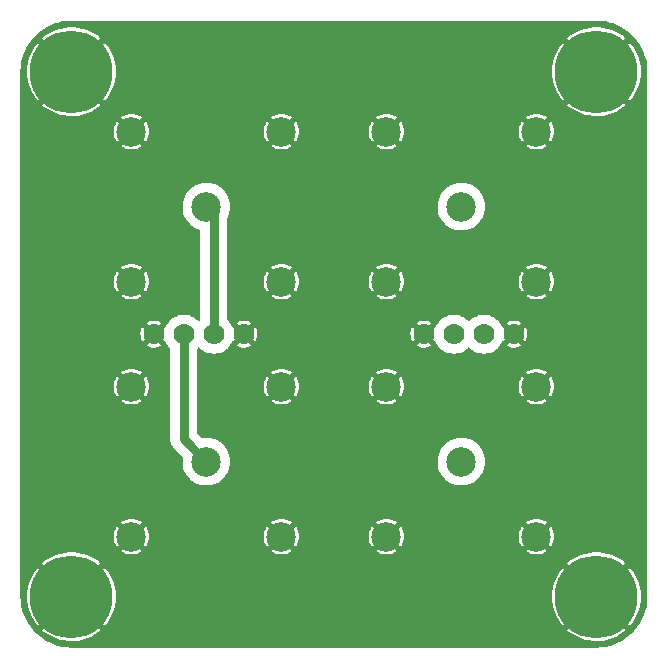
<source format=gbr>
%TF.GenerationSoftware,KiCad,Pcbnew,(5.99.0-12181-g5e8b23af64)*%
%TF.CreationDate,2021-09-04T21:06:35-05:00*%
%TF.ProjectId,coax-board,636f6178-2d62-46f6-9172-642e6b696361,rev?*%
%TF.SameCoordinates,Original*%
%TF.FileFunction,Copper,L2,Inr*%
%TF.FilePolarity,Positive*%
%FSLAX46Y46*%
G04 Gerber Fmt 4.6, Leading zero omitted, Abs format (unit mm)*
G04 Created by KiCad (PCBNEW (5.99.0-12181-g5e8b23af64)) date 2021-09-04 21:06:35*
%MOMM*%
%LPD*%
G01*
G04 APERTURE LIST*
%TA.AperFunction,ComponentPad*%
%ADD10C,2.500000*%
%TD*%
%TA.AperFunction,ComponentPad*%
%ADD11C,7.000000*%
%TD*%
%TA.AperFunction,ComponentPad*%
%ADD12C,1.778000*%
%TD*%
%TA.AperFunction,ViaPad*%
%ADD13C,0.800000*%
%TD*%
%TA.AperFunction,Conductor*%
%ADD14C,0.762000*%
%TD*%
G04 APERTURE END LIST*
D10*
%TO.N,Net-(J4-Pad1)*%
%TO.C,J4*%
X140970000Y-96520000D03*
%TO.N,Net-(J4-Pad2)*%
X147320000Y-102870000D03*
X147320000Y-90170000D03*
X134620000Y-90170000D03*
X134620000Y-102870000D03*
%TD*%
D11*
%TO.N,Net-(J4-Pad2)*%
%TO.C,H4*%
X152400000Y-107950000D03*
%TD*%
D10*
%TO.N,Net-(J3-Pad1)*%
%TO.C,J3*%
X119380000Y-96520000D03*
%TO.N,Net-(J4-Pad2)*%
X125730000Y-102870000D03*
X113030000Y-102870000D03*
X113030000Y-90170000D03*
X125730000Y-90170000D03*
%TD*%
D11*
%TO.N,Net-(J4-Pad2)*%
%TO.C,H3*%
X107950000Y-107950000D03*
%TD*%
%TO.N,Net-(J4-Pad2)*%
%TO.C,H2*%
X107950000Y-63500000D03*
%TD*%
D12*
%TO.N,Net-(J4-Pad2)*%
%TO.C,J3*%
X145415000Y-85725000D03*
X137795000Y-85725000D03*
%TO.N,Net-(J2-Pad1)*%
X140335000Y-85725000D03*
%TO.N,Net-(J4-Pad1)*%
X142875000Y-85725000D03*
%TD*%
D11*
%TO.N,Net-(J4-Pad2)*%
%TO.C,H1*%
X152400000Y-63500000D03*
%TD*%
D10*
%TO.N,Net-(J2-Pad1)*%
%TO.C,J2*%
X140970000Y-74930000D03*
%TO.N,Net-(J4-Pad2)*%
X134620000Y-81280000D03*
X147320000Y-68580000D03*
X147320000Y-81280000D03*
X134620000Y-68580000D03*
%TD*%
%TO.N,Net-(J1-Pad1)*%
%TO.C,J1*%
X119380000Y-74930000D03*
%TO.N,Net-(J4-Pad2)*%
X113030000Y-68580000D03*
X125730000Y-81280000D03*
X113030000Y-81280000D03*
X125730000Y-68580000D03*
%TD*%
D12*
%TO.N,Net-(J4-Pad2)*%
%TO.C,J3*%
X114935000Y-85725000D03*
X122555000Y-85725000D03*
%TO.N,Net-(J3-Pad1)*%
X117475000Y-85725000D03*
%TO.N,Net-(J1-Pad1)*%
X120015000Y-85725000D03*
%TD*%
D13*
%TO.N,Net-(J4-Pad2)*%
X130175000Y-108585000D03*
X150495000Y-95250000D03*
X154305000Y-76200000D03*
X135890000Y-64770000D03*
X106045000Y-68580000D03*
X109855000Y-76200000D03*
X154305000Y-83820000D03*
X122555000Y-108585000D03*
X106045000Y-95250000D03*
X106045000Y-76200000D03*
X150495000Y-99060000D03*
X135890000Y-110490000D03*
X114935000Y-62865000D03*
X122555000Y-62865000D03*
X143510000Y-64770000D03*
X139700000Y-106680000D03*
X143510000Y-60960000D03*
X107950000Y-74295000D03*
X116840000Y-110490000D03*
X128270000Y-64770000D03*
X152400000Y-70485000D03*
X106045000Y-72390000D03*
X152400000Y-78105000D03*
X154305000Y-87630000D03*
X132080000Y-64770000D03*
X106045000Y-87630000D03*
X133985000Y-62865000D03*
X120650000Y-60960000D03*
X150495000Y-76200000D03*
X154305000Y-99060000D03*
X109855000Y-99060000D03*
X143510000Y-106680000D03*
X147320000Y-110490000D03*
X107950000Y-85725000D03*
X133985000Y-108585000D03*
X109855000Y-83820000D03*
X154305000Y-102870000D03*
X152400000Y-89535000D03*
X116840000Y-106680000D03*
X150495000Y-102870000D03*
X154305000Y-68580000D03*
X128270000Y-106680000D03*
X106045000Y-91440000D03*
X132080000Y-110490000D03*
X106045000Y-102870000D03*
X143510000Y-110490000D03*
X107950000Y-81915000D03*
X126365000Y-62865000D03*
X137795000Y-62865000D03*
X139700000Y-64770000D03*
X139700000Y-60960000D03*
X150495000Y-80010000D03*
X120650000Y-64770000D03*
X141605000Y-108585000D03*
X107950000Y-100965000D03*
X107950000Y-70485000D03*
X141605000Y-62865000D03*
X113030000Y-60960000D03*
X118745000Y-62865000D03*
X152400000Y-97155000D03*
X106045000Y-99060000D03*
X130175000Y-62865000D03*
X124460000Y-110490000D03*
X124460000Y-64770000D03*
X154305000Y-91440000D03*
X113030000Y-64770000D03*
X132080000Y-60960000D03*
X135890000Y-106680000D03*
X116840000Y-60960000D03*
X114935000Y-108585000D03*
X106045000Y-83820000D03*
X124460000Y-60960000D03*
X107950000Y-97155000D03*
X147320000Y-64770000D03*
X107950000Y-89535000D03*
X152400000Y-93345000D03*
X128270000Y-60960000D03*
X147320000Y-106680000D03*
X109855000Y-95250000D03*
X109855000Y-72390000D03*
X139700000Y-110490000D03*
X145415000Y-108585000D03*
X147320000Y-60960000D03*
X154305000Y-72390000D03*
X109855000Y-68580000D03*
X152400000Y-74295000D03*
X150495000Y-83820000D03*
X106045000Y-80010000D03*
X124460000Y-106680000D03*
X116840000Y-64770000D03*
X113030000Y-110490000D03*
X154305000Y-95250000D03*
X109855000Y-102870000D03*
X107950000Y-78105000D03*
X150495000Y-72390000D03*
X150495000Y-68580000D03*
X120650000Y-110490000D03*
X135890000Y-60960000D03*
X128270000Y-110490000D03*
X137795000Y-108585000D03*
X126365000Y-108585000D03*
X109855000Y-87630000D03*
X109855000Y-80010000D03*
X113030000Y-106680000D03*
X152400000Y-81915000D03*
X132080000Y-106680000D03*
X150495000Y-87630000D03*
X109855000Y-91440000D03*
X154305000Y-80010000D03*
X152400000Y-85725000D03*
X150495000Y-91440000D03*
X118745000Y-108585000D03*
X145415000Y-62865000D03*
X107950000Y-93345000D03*
X152400000Y-100965000D03*
X120650000Y-106680000D03*
%TD*%
D14*
%TO.N,Net-(J1-Pad1)*%
X120015000Y-85725000D02*
X120015000Y-75565000D01*
X120015000Y-75565000D02*
X119380000Y-74930000D01*
%TO.N,Net-(J3-Pad1)*%
X117475000Y-85725000D02*
X117475000Y-94615000D01*
X117475000Y-94615000D02*
X119380000Y-96520000D01*
%TD*%
%TA.AperFunction,Conductor*%
%TO.N,Net-(J4-Pad2)*%
G36*
X152359570Y-59182992D02*
G01*
X152389293Y-59186747D01*
X152416589Y-59184071D01*
X152434690Y-59183604D01*
X152792596Y-59200151D01*
X152804185Y-59201225D01*
X153187666Y-59254718D01*
X153199106Y-59256857D01*
X153576015Y-59345505D01*
X153587191Y-59348685D01*
X153770759Y-59410211D01*
X153954317Y-59471734D01*
X153965169Y-59475938D01*
X154319373Y-59632334D01*
X154329791Y-59637522D01*
X154668039Y-59825925D01*
X154677933Y-59832050D01*
X154719048Y-59860215D01*
X154997370Y-60050870D01*
X155006658Y-60057884D01*
X155304542Y-60305244D01*
X155313142Y-60313085D01*
X155586915Y-60586858D01*
X155594756Y-60595458D01*
X155842116Y-60893342D01*
X155849130Y-60902630D01*
X156067949Y-61222066D01*
X156074074Y-61231959D01*
X156133514Y-61338675D01*
X156262478Y-61570209D01*
X156267666Y-61580627D01*
X156424062Y-61934831D01*
X156428266Y-61945683D01*
X156551312Y-62312800D01*
X156554495Y-62323985D01*
X156566016Y-62372970D01*
X156643143Y-62700894D01*
X156645282Y-62712334D01*
X156698775Y-63095815D01*
X156699849Y-63107404D01*
X156715865Y-63453814D01*
X156715005Y-63475425D01*
X156713253Y-63489293D01*
X156715242Y-63509580D01*
X156717399Y-63531577D01*
X156718000Y-63543872D01*
X156718000Y-107893792D01*
X156717008Y-107909570D01*
X156713253Y-107939293D01*
X156715929Y-107966589D01*
X156716396Y-107984690D01*
X156701189Y-108313605D01*
X156699849Y-108342596D01*
X156698775Y-108354185D01*
X156645282Y-108737666D01*
X156643143Y-108749106D01*
X156561560Y-109095978D01*
X156554497Y-109126006D01*
X156551312Y-109137200D01*
X156428266Y-109504317D01*
X156424062Y-109515169D01*
X156267666Y-109869373D01*
X156262478Y-109879791D01*
X156091163Y-110187361D01*
X156074075Y-110218039D01*
X156067949Y-110227934D01*
X155849130Y-110547370D01*
X155842116Y-110556658D01*
X155594756Y-110854542D01*
X155586915Y-110863142D01*
X155313142Y-111136915D01*
X155304542Y-111144756D01*
X155006658Y-111392116D01*
X154997370Y-111399130D01*
X154677934Y-111617949D01*
X154668041Y-111624074D01*
X154561325Y-111683514D01*
X154329791Y-111812478D01*
X154319373Y-111817666D01*
X153965169Y-111974062D01*
X153954317Y-111978266D01*
X153770759Y-112039789D01*
X153587191Y-112101315D01*
X153576015Y-112104495D01*
X153209100Y-112190793D01*
X153199106Y-112193143D01*
X153187666Y-112195282D01*
X152804185Y-112248775D01*
X152792596Y-112249849D01*
X152446184Y-112265865D01*
X152424575Y-112265005D01*
X152410707Y-112263253D01*
X152368423Y-112267399D01*
X152356128Y-112268000D01*
X108006208Y-112268000D01*
X107990430Y-112267008D01*
X107960707Y-112263253D01*
X107933411Y-112265929D01*
X107915310Y-112266396D01*
X107557404Y-112249849D01*
X107545815Y-112248775D01*
X107162334Y-112195282D01*
X107150894Y-112193143D01*
X107140901Y-112190793D01*
X106773985Y-112104495D01*
X106762809Y-112101315D01*
X106579241Y-112039789D01*
X106395683Y-111978266D01*
X106384831Y-111974062D01*
X106030627Y-111817666D01*
X106020209Y-111812478D01*
X105788675Y-111683514D01*
X105681959Y-111624074D01*
X105672066Y-111617949D01*
X105352630Y-111399130D01*
X105343342Y-111392116D01*
X105045458Y-111144756D01*
X105036858Y-111136915D01*
X104763085Y-110863142D01*
X104755244Y-110854542D01*
X104692409Y-110778873D01*
X105486536Y-110778873D01*
X105493147Y-110788393D01*
X105633430Y-110909909D01*
X105638441Y-110913824D01*
X105944410Y-111128862D01*
X105949787Y-111132248D01*
X106275920Y-111315266D01*
X106281613Y-111318092D01*
X106624562Y-111467210D01*
X106630536Y-111469455D01*
X106986780Y-111583148D01*
X106992948Y-111584777D01*
X107358871Y-111661890D01*
X107365155Y-111662885D01*
X107737008Y-111702624D01*
X107743370Y-111702980D01*
X108117327Y-111704938D01*
X108123677Y-111704650D01*
X108495935Y-111668806D01*
X108502224Y-111667877D01*
X108868938Y-111594599D01*
X108875111Y-111593037D01*
X109232552Y-111483075D01*
X109238528Y-111480900D01*
X109583011Y-111335384D01*
X109588765Y-111332603D01*
X109916761Y-111153030D01*
X109922207Y-111149680D01*
X110230394Y-110937869D01*
X110235447Y-110934006D01*
X110405255Y-110789997D01*
X110412573Y-110778873D01*
X149936536Y-110778873D01*
X149943147Y-110788393D01*
X150083430Y-110909909D01*
X150088441Y-110913824D01*
X150394410Y-111128862D01*
X150399787Y-111132248D01*
X150725920Y-111315266D01*
X150731613Y-111318092D01*
X151074562Y-111467210D01*
X151080536Y-111469455D01*
X151436780Y-111583148D01*
X151442948Y-111584777D01*
X151808871Y-111661890D01*
X151815155Y-111662885D01*
X152187008Y-111702624D01*
X152193370Y-111702980D01*
X152567327Y-111704938D01*
X152573677Y-111704650D01*
X152945935Y-111668806D01*
X152952224Y-111667877D01*
X153318938Y-111594599D01*
X153325111Y-111593037D01*
X153682552Y-111483075D01*
X153688528Y-111480900D01*
X154033011Y-111335384D01*
X154038765Y-111332603D01*
X154366761Y-111153030D01*
X154372207Y-111149680D01*
X154680394Y-110937869D01*
X154685447Y-110934006D01*
X154855255Y-110789997D01*
X154863691Y-110777174D01*
X154857638Y-110766848D01*
X152412812Y-108322022D01*
X152398868Y-108314408D01*
X152397035Y-108314539D01*
X152390420Y-108318790D01*
X149943994Y-110765216D01*
X149936536Y-110778873D01*
X110412573Y-110778873D01*
X110413691Y-110777174D01*
X110407638Y-110766848D01*
X107962812Y-108322022D01*
X107948868Y-108314408D01*
X107947035Y-108314539D01*
X107940420Y-108318790D01*
X105493994Y-110765216D01*
X105486536Y-110778873D01*
X104692409Y-110778873D01*
X104507884Y-110556658D01*
X104500870Y-110547370D01*
X104282051Y-110227934D01*
X104275925Y-110218039D01*
X104258838Y-110187361D01*
X104087522Y-109879791D01*
X104082334Y-109869373D01*
X103925938Y-109515169D01*
X103921734Y-109504317D01*
X103798688Y-109137200D01*
X103795503Y-109126006D01*
X103788441Y-109095978D01*
X103706857Y-108749106D01*
X103704718Y-108737666D01*
X103651225Y-108354185D01*
X103650151Y-108342596D01*
X103634135Y-107996186D01*
X103634995Y-107974573D01*
X103634999Y-107974541D01*
X103636747Y-107960707D01*
X103634723Y-107940060D01*
X104191349Y-107940060D01*
X104208964Y-108313605D01*
X104209587Y-108319956D01*
X104264863Y-108689811D01*
X104266119Y-108696043D01*
X104358490Y-109058428D01*
X104360372Y-109064506D01*
X104488890Y-109415701D01*
X104491376Y-109421556D01*
X104654722Y-109757954D01*
X104657796Y-109763545D01*
X104854298Y-110081710D01*
X104857917Y-110086956D01*
X105085566Y-110383633D01*
X105089704Y-110388495D01*
X105107646Y-110407534D01*
X105121357Y-110415557D01*
X105122197Y-110415522D01*
X105130319Y-110410471D01*
X107577978Y-107962812D01*
X107584356Y-107951132D01*
X108314408Y-107951132D01*
X108314539Y-107952965D01*
X108318790Y-107959580D01*
X110768319Y-110409109D01*
X110782263Y-110416723D01*
X110783455Y-110416638D01*
X110789372Y-110412755D01*
X111019541Y-110119212D01*
X111023208Y-110114013D01*
X111223030Y-109797924D01*
X111226164Y-109792364D01*
X111393026Y-109457690D01*
X111395571Y-109451864D01*
X111527763Y-109102030D01*
X111529706Y-109095978D01*
X111625864Y-108734588D01*
X111627190Y-108728353D01*
X111686334Y-108359102D01*
X111687023Y-108352766D01*
X111708634Y-107977936D01*
X111708738Y-107974541D01*
X111708818Y-107951696D01*
X111708739Y-107948317D01*
X111708321Y-107940060D01*
X148641349Y-107940060D01*
X148658964Y-108313605D01*
X148659587Y-108319956D01*
X148714863Y-108689811D01*
X148716119Y-108696043D01*
X148808490Y-109058428D01*
X148810372Y-109064506D01*
X148938890Y-109415701D01*
X148941376Y-109421556D01*
X149104722Y-109757954D01*
X149107796Y-109763545D01*
X149304298Y-110081710D01*
X149307917Y-110086956D01*
X149535566Y-110383633D01*
X149539704Y-110388495D01*
X149557646Y-110407534D01*
X149571357Y-110415557D01*
X149572197Y-110415522D01*
X149580319Y-110410471D01*
X152027978Y-107962812D01*
X152034356Y-107951132D01*
X152764408Y-107951132D01*
X152764539Y-107952965D01*
X152768790Y-107959580D01*
X155218319Y-110409109D01*
X155232263Y-110416723D01*
X155233455Y-110416638D01*
X155239372Y-110412755D01*
X155469541Y-110119212D01*
X155473208Y-110114013D01*
X155673030Y-109797924D01*
X155676164Y-109792364D01*
X155843026Y-109457690D01*
X155845571Y-109451864D01*
X155977763Y-109102030D01*
X155979706Y-109095978D01*
X156075864Y-108734588D01*
X156077190Y-108728353D01*
X156136334Y-108359102D01*
X156137023Y-108352766D01*
X156158634Y-107977936D01*
X156158738Y-107974541D01*
X156158818Y-107951696D01*
X156158739Y-107948317D01*
X156139742Y-107573320D01*
X156139099Y-107567000D01*
X156082534Y-107197343D01*
X156081252Y-107191094D01*
X155987618Y-106829039D01*
X155985716Y-106822970D01*
X155855972Y-106472228D01*
X155853469Y-106466386D01*
X155688943Y-106130545D01*
X155685855Y-106124977D01*
X155488242Y-105807497D01*
X155484604Y-105802264D01*
X155255919Y-105506379D01*
X155251773Y-105501542D01*
X155242767Y-105492052D01*
X155229032Y-105484078D01*
X155228074Y-105484122D01*
X155220126Y-105489084D01*
X152772022Y-107937188D01*
X152764408Y-107951132D01*
X152034356Y-107951132D01*
X152035592Y-107948868D01*
X152035461Y-107947035D01*
X152031210Y-107940420D01*
X149582113Y-105491323D01*
X149568169Y-105483709D01*
X149567097Y-105483785D01*
X149559441Y-105488829D01*
X149556785Y-105491609D01*
X149552638Y-105496413D01*
X149322911Y-105791510D01*
X149319253Y-105796735D01*
X149120537Y-106113516D01*
X149117426Y-106119082D01*
X148951735Y-106454333D01*
X148949207Y-106460173D01*
X148818236Y-106810471D01*
X148816318Y-106816518D01*
X148721418Y-107178256D01*
X148720118Y-107184479D01*
X148662258Y-107553958D01*
X148661595Y-107560265D01*
X148641371Y-107933704D01*
X148641349Y-107940060D01*
X111708321Y-107940060D01*
X111689742Y-107573320D01*
X111689099Y-107567000D01*
X111632534Y-107197343D01*
X111631252Y-107191094D01*
X111537618Y-106829039D01*
X111535716Y-106822970D01*
X111405972Y-106472228D01*
X111403469Y-106466386D01*
X111238943Y-106130545D01*
X111235855Y-106124977D01*
X111038242Y-105807497D01*
X111034604Y-105802264D01*
X110805919Y-105506379D01*
X110801773Y-105501542D01*
X110792767Y-105492052D01*
X110779032Y-105484078D01*
X110778074Y-105484122D01*
X110770126Y-105489084D01*
X108322022Y-107937188D01*
X108314408Y-107951132D01*
X107584356Y-107951132D01*
X107585592Y-107948868D01*
X107585461Y-107947035D01*
X107581210Y-107940420D01*
X105132113Y-105491323D01*
X105118169Y-105483709D01*
X105117097Y-105483785D01*
X105109441Y-105488829D01*
X105106785Y-105491609D01*
X105102638Y-105496413D01*
X104872911Y-105791510D01*
X104869253Y-105796735D01*
X104670537Y-106113516D01*
X104667426Y-106119082D01*
X104501735Y-106454333D01*
X104499207Y-106460173D01*
X104368236Y-106810471D01*
X104366318Y-106816518D01*
X104271418Y-107178256D01*
X104270118Y-107184479D01*
X104212258Y-107553958D01*
X104211595Y-107560265D01*
X104191371Y-107933704D01*
X104191349Y-107940060D01*
X103634723Y-107940060D01*
X103632601Y-107918422D01*
X103632000Y-107906128D01*
X103632000Y-105122983D01*
X105486392Y-105122983D01*
X105492400Y-105133190D01*
X107937188Y-107577978D01*
X107951132Y-107585592D01*
X107952965Y-107585461D01*
X107959580Y-107581210D01*
X110406058Y-105134732D01*
X110412474Y-105122983D01*
X149936392Y-105122983D01*
X149942400Y-105133190D01*
X152387188Y-107577978D01*
X152401132Y-107585592D01*
X152402965Y-107585461D01*
X152409580Y-107581210D01*
X154856058Y-105134732D01*
X154863483Y-105121135D01*
X154856783Y-105111524D01*
X154706225Y-104982023D01*
X154701196Y-104978123D01*
X154394486Y-104764159D01*
X154389088Y-104760786D01*
X154062328Y-104578914D01*
X154056618Y-104576104D01*
X153713155Y-104428185D01*
X153707173Y-104425961D01*
X153350525Y-104313511D01*
X153344366Y-104311906D01*
X152978163Y-104236068D01*
X152971885Y-104235096D01*
X152599878Y-104196653D01*
X152593547Y-104196321D01*
X152219559Y-104195670D01*
X152213218Y-104195980D01*
X151841096Y-104233122D01*
X151834803Y-104234074D01*
X151468343Y-104308630D01*
X151462170Y-104310215D01*
X151105127Y-104421423D01*
X151099157Y-104423619D01*
X150755172Y-104570340D01*
X150749445Y-104573134D01*
X150422060Y-104753860D01*
X150416642Y-104757220D01*
X150109200Y-104970104D01*
X150104141Y-104974000D01*
X149944822Y-105110070D01*
X149936392Y-105122983D01*
X110412474Y-105122983D01*
X110413483Y-105121135D01*
X110406783Y-105111524D01*
X110256225Y-104982023D01*
X110251196Y-104978123D01*
X109944486Y-104764159D01*
X109939088Y-104760786D01*
X109612328Y-104578914D01*
X109606618Y-104576104D01*
X109263155Y-104428185D01*
X109257173Y-104425961D01*
X108900525Y-104313511D01*
X108894366Y-104311906D01*
X108528163Y-104236068D01*
X108521885Y-104235096D01*
X108149878Y-104196653D01*
X108143547Y-104196321D01*
X107769559Y-104195670D01*
X107763218Y-104195980D01*
X107391096Y-104233122D01*
X107384803Y-104234074D01*
X107018343Y-104308630D01*
X107012170Y-104310215D01*
X106655127Y-104421423D01*
X106649157Y-104423619D01*
X106305172Y-104570340D01*
X106299445Y-104573134D01*
X105972060Y-104753860D01*
X105966642Y-104757220D01*
X105659200Y-104970104D01*
X105654141Y-104974000D01*
X105494822Y-105110070D01*
X105486392Y-105122983D01*
X103632000Y-105122983D01*
X103632000Y-104099762D01*
X112165068Y-104099762D01*
X112170795Y-104107412D01*
X112340867Y-104211632D01*
X112349661Y-104216113D01*
X112559228Y-104302918D01*
X112568613Y-104305967D01*
X112789182Y-104358922D01*
X112798929Y-104360465D01*
X113025070Y-104378263D01*
X113034930Y-104378263D01*
X113261071Y-104360465D01*
X113270818Y-104358922D01*
X113491387Y-104305967D01*
X113500772Y-104302918D01*
X113710339Y-104216113D01*
X113719133Y-104211632D01*
X113885539Y-104109659D01*
X113894493Y-104099762D01*
X124865068Y-104099762D01*
X124870795Y-104107412D01*
X125040867Y-104211632D01*
X125049661Y-104216113D01*
X125259228Y-104302918D01*
X125268613Y-104305967D01*
X125489182Y-104358922D01*
X125498929Y-104360465D01*
X125725070Y-104378263D01*
X125734930Y-104378263D01*
X125961071Y-104360465D01*
X125970818Y-104358922D01*
X126191387Y-104305967D01*
X126200772Y-104302918D01*
X126410339Y-104216113D01*
X126419133Y-104211632D01*
X126585539Y-104109659D01*
X126594493Y-104099762D01*
X133755068Y-104099762D01*
X133760795Y-104107412D01*
X133930867Y-104211632D01*
X133939661Y-104216113D01*
X134149228Y-104302918D01*
X134158613Y-104305967D01*
X134379182Y-104358922D01*
X134388929Y-104360465D01*
X134615070Y-104378263D01*
X134624930Y-104378263D01*
X134851071Y-104360465D01*
X134860818Y-104358922D01*
X135081387Y-104305967D01*
X135090772Y-104302918D01*
X135300339Y-104216113D01*
X135309133Y-104211632D01*
X135475539Y-104109659D01*
X135484493Y-104099762D01*
X146455068Y-104099762D01*
X146460795Y-104107412D01*
X146630867Y-104211632D01*
X146639661Y-104216113D01*
X146849228Y-104302918D01*
X146858613Y-104305967D01*
X147079182Y-104358922D01*
X147088929Y-104360465D01*
X147315070Y-104378263D01*
X147324930Y-104378263D01*
X147551071Y-104360465D01*
X147560818Y-104358922D01*
X147781387Y-104305967D01*
X147790772Y-104302918D01*
X148000339Y-104216113D01*
X148009133Y-104211632D01*
X148175539Y-104109659D01*
X148184999Y-104099203D01*
X148181215Y-104090425D01*
X147332812Y-103242022D01*
X147318868Y-103234408D01*
X147317035Y-103234539D01*
X147310420Y-103238790D01*
X146461828Y-104087382D01*
X146455068Y-104099762D01*
X135484493Y-104099762D01*
X135484999Y-104099203D01*
X135481215Y-104090425D01*
X134632812Y-103242022D01*
X134618868Y-103234408D01*
X134617035Y-103234539D01*
X134610420Y-103238790D01*
X133761828Y-104087382D01*
X133755068Y-104099762D01*
X126594493Y-104099762D01*
X126594999Y-104099203D01*
X126591215Y-104090425D01*
X125742812Y-103242022D01*
X125728868Y-103234408D01*
X125727035Y-103234539D01*
X125720420Y-103238790D01*
X124871828Y-104087382D01*
X124865068Y-104099762D01*
X113894493Y-104099762D01*
X113894999Y-104099203D01*
X113891215Y-104090425D01*
X113042812Y-103242022D01*
X113028868Y-103234408D01*
X113027035Y-103234539D01*
X113020420Y-103238790D01*
X112171828Y-104087382D01*
X112165068Y-104099762D01*
X103632000Y-104099762D01*
X103632000Y-102865070D01*
X111521737Y-102865070D01*
X111521737Y-102874930D01*
X111539535Y-103101071D01*
X111541078Y-103110818D01*
X111594033Y-103331387D01*
X111597082Y-103340772D01*
X111683887Y-103550339D01*
X111688368Y-103559133D01*
X111790341Y-103725539D01*
X111800797Y-103734999D01*
X111809575Y-103731215D01*
X112657978Y-102882812D01*
X112664356Y-102871132D01*
X113394408Y-102871132D01*
X113394539Y-102872965D01*
X113398790Y-102879580D01*
X114247382Y-103728172D01*
X114259762Y-103734932D01*
X114267412Y-103729205D01*
X114371632Y-103559133D01*
X114376113Y-103550339D01*
X114462918Y-103340772D01*
X114465967Y-103331387D01*
X114518922Y-103110818D01*
X114520465Y-103101071D01*
X114538263Y-102874930D01*
X114538263Y-102865070D01*
X124221737Y-102865070D01*
X124221737Y-102874930D01*
X124239535Y-103101071D01*
X124241078Y-103110818D01*
X124294033Y-103331387D01*
X124297082Y-103340772D01*
X124383887Y-103550339D01*
X124388368Y-103559133D01*
X124490341Y-103725539D01*
X124500797Y-103734999D01*
X124509575Y-103731215D01*
X125357978Y-102882812D01*
X125364356Y-102871132D01*
X126094408Y-102871132D01*
X126094539Y-102872965D01*
X126098790Y-102879580D01*
X126947382Y-103728172D01*
X126959762Y-103734932D01*
X126967412Y-103729205D01*
X127071632Y-103559133D01*
X127076113Y-103550339D01*
X127162918Y-103340772D01*
X127165967Y-103331387D01*
X127218922Y-103110818D01*
X127220465Y-103101071D01*
X127238263Y-102874930D01*
X127238263Y-102865070D01*
X133111737Y-102865070D01*
X133111737Y-102874930D01*
X133129535Y-103101071D01*
X133131078Y-103110818D01*
X133184033Y-103331387D01*
X133187082Y-103340772D01*
X133273887Y-103550339D01*
X133278368Y-103559133D01*
X133380341Y-103725539D01*
X133390797Y-103734999D01*
X133399575Y-103731215D01*
X134247978Y-102882812D01*
X134254356Y-102871132D01*
X134984408Y-102871132D01*
X134984539Y-102872965D01*
X134988790Y-102879580D01*
X135837382Y-103728172D01*
X135849762Y-103734932D01*
X135857412Y-103729205D01*
X135961632Y-103559133D01*
X135966113Y-103550339D01*
X136052918Y-103340772D01*
X136055967Y-103331387D01*
X136108922Y-103110818D01*
X136110465Y-103101071D01*
X136128263Y-102874930D01*
X136128263Y-102865070D01*
X145811737Y-102865070D01*
X145811737Y-102874930D01*
X145829535Y-103101071D01*
X145831078Y-103110818D01*
X145884033Y-103331387D01*
X145887082Y-103340772D01*
X145973887Y-103550339D01*
X145978368Y-103559133D01*
X146080341Y-103725539D01*
X146090797Y-103734999D01*
X146099575Y-103731215D01*
X146947978Y-102882812D01*
X146954356Y-102871132D01*
X147684408Y-102871132D01*
X147684539Y-102872965D01*
X147688790Y-102879580D01*
X148537382Y-103728172D01*
X148549762Y-103734932D01*
X148557412Y-103729205D01*
X148661632Y-103559133D01*
X148666113Y-103550339D01*
X148752918Y-103340772D01*
X148755967Y-103331387D01*
X148808922Y-103110818D01*
X148810465Y-103101071D01*
X148828263Y-102874930D01*
X148828263Y-102865070D01*
X148810465Y-102638929D01*
X148808922Y-102629182D01*
X148755967Y-102408613D01*
X148752918Y-102399228D01*
X148666113Y-102189661D01*
X148661632Y-102180867D01*
X148559659Y-102014461D01*
X148549203Y-102005001D01*
X148540425Y-102008785D01*
X147692022Y-102857188D01*
X147684408Y-102871132D01*
X146954356Y-102871132D01*
X146955592Y-102868868D01*
X146955461Y-102867035D01*
X146951210Y-102860420D01*
X146102618Y-102011828D01*
X146090238Y-102005068D01*
X146082588Y-102010795D01*
X145978368Y-102180867D01*
X145973887Y-102189661D01*
X145887082Y-102399228D01*
X145884033Y-102408613D01*
X145831078Y-102629182D01*
X145829535Y-102638929D01*
X145811737Y-102865070D01*
X136128263Y-102865070D01*
X136110465Y-102638929D01*
X136108922Y-102629182D01*
X136055967Y-102408613D01*
X136052918Y-102399228D01*
X135966113Y-102189661D01*
X135961632Y-102180867D01*
X135859659Y-102014461D01*
X135849203Y-102005001D01*
X135840425Y-102008785D01*
X134992022Y-102857188D01*
X134984408Y-102871132D01*
X134254356Y-102871132D01*
X134255592Y-102868868D01*
X134255461Y-102867035D01*
X134251210Y-102860420D01*
X133402618Y-102011828D01*
X133390238Y-102005068D01*
X133382588Y-102010795D01*
X133278368Y-102180867D01*
X133273887Y-102189661D01*
X133187082Y-102399228D01*
X133184033Y-102408613D01*
X133131078Y-102629182D01*
X133129535Y-102638929D01*
X133111737Y-102865070D01*
X127238263Y-102865070D01*
X127220465Y-102638929D01*
X127218922Y-102629182D01*
X127165967Y-102408613D01*
X127162918Y-102399228D01*
X127076113Y-102189661D01*
X127071632Y-102180867D01*
X126969659Y-102014461D01*
X126959203Y-102005001D01*
X126950425Y-102008785D01*
X126102022Y-102857188D01*
X126094408Y-102871132D01*
X125364356Y-102871132D01*
X125365592Y-102868868D01*
X125365461Y-102867035D01*
X125361210Y-102860420D01*
X124512618Y-102011828D01*
X124500238Y-102005068D01*
X124492588Y-102010795D01*
X124388368Y-102180867D01*
X124383887Y-102189661D01*
X124297082Y-102399228D01*
X124294033Y-102408613D01*
X124241078Y-102629182D01*
X124239535Y-102638929D01*
X124221737Y-102865070D01*
X114538263Y-102865070D01*
X114520465Y-102638929D01*
X114518922Y-102629182D01*
X114465967Y-102408613D01*
X114462918Y-102399228D01*
X114376113Y-102189661D01*
X114371632Y-102180867D01*
X114269659Y-102014461D01*
X114259203Y-102005001D01*
X114250425Y-102008785D01*
X113402022Y-102857188D01*
X113394408Y-102871132D01*
X112664356Y-102871132D01*
X112665592Y-102868868D01*
X112665461Y-102867035D01*
X112661210Y-102860420D01*
X111812618Y-102011828D01*
X111800238Y-102005068D01*
X111792588Y-102010795D01*
X111688368Y-102180867D01*
X111683887Y-102189661D01*
X111597082Y-102399228D01*
X111594033Y-102408613D01*
X111541078Y-102629182D01*
X111539535Y-102638929D01*
X111521737Y-102865070D01*
X103632000Y-102865070D01*
X103632000Y-101640797D01*
X112165001Y-101640797D01*
X112168785Y-101649575D01*
X113017188Y-102497978D01*
X113031132Y-102505592D01*
X113032965Y-102505461D01*
X113039580Y-102501210D01*
X113888172Y-101652618D01*
X113894627Y-101640797D01*
X124865001Y-101640797D01*
X124868785Y-101649575D01*
X125717188Y-102497978D01*
X125731132Y-102505592D01*
X125732965Y-102505461D01*
X125739580Y-102501210D01*
X126588172Y-101652618D01*
X126594627Y-101640797D01*
X133755001Y-101640797D01*
X133758785Y-101649575D01*
X134607188Y-102497978D01*
X134621132Y-102505592D01*
X134622965Y-102505461D01*
X134629580Y-102501210D01*
X135478172Y-101652618D01*
X135484627Y-101640797D01*
X146455001Y-101640797D01*
X146458785Y-101649575D01*
X147307188Y-102497978D01*
X147321132Y-102505592D01*
X147322965Y-102505461D01*
X147329580Y-102501210D01*
X148178172Y-101652618D01*
X148184932Y-101640238D01*
X148179205Y-101632588D01*
X148009133Y-101528368D01*
X148000339Y-101523887D01*
X147790772Y-101437082D01*
X147781387Y-101434033D01*
X147560818Y-101381078D01*
X147551071Y-101379535D01*
X147324930Y-101361737D01*
X147315070Y-101361737D01*
X147088929Y-101379535D01*
X147079182Y-101381078D01*
X146858613Y-101434033D01*
X146849228Y-101437082D01*
X146639661Y-101523887D01*
X146630867Y-101528368D01*
X146464461Y-101630341D01*
X146455001Y-101640797D01*
X135484627Y-101640797D01*
X135484932Y-101640238D01*
X135479205Y-101632588D01*
X135309133Y-101528368D01*
X135300339Y-101523887D01*
X135090772Y-101437082D01*
X135081387Y-101434033D01*
X134860818Y-101381078D01*
X134851071Y-101379535D01*
X134624930Y-101361737D01*
X134615070Y-101361737D01*
X134388929Y-101379535D01*
X134379182Y-101381078D01*
X134158613Y-101434033D01*
X134149228Y-101437082D01*
X133939661Y-101523887D01*
X133930867Y-101528368D01*
X133764461Y-101630341D01*
X133755001Y-101640797D01*
X126594627Y-101640797D01*
X126594932Y-101640238D01*
X126589205Y-101632588D01*
X126419133Y-101528368D01*
X126410339Y-101523887D01*
X126200772Y-101437082D01*
X126191387Y-101434033D01*
X125970818Y-101381078D01*
X125961071Y-101379535D01*
X125734930Y-101361737D01*
X125725070Y-101361737D01*
X125498929Y-101379535D01*
X125489182Y-101381078D01*
X125268613Y-101434033D01*
X125259228Y-101437082D01*
X125049661Y-101523887D01*
X125040867Y-101528368D01*
X124874461Y-101630341D01*
X124865001Y-101640797D01*
X113894627Y-101640797D01*
X113894932Y-101640238D01*
X113889205Y-101632588D01*
X113719133Y-101528368D01*
X113710339Y-101523887D01*
X113500772Y-101437082D01*
X113491387Y-101434033D01*
X113270818Y-101381078D01*
X113261071Y-101379535D01*
X113034930Y-101361737D01*
X113025070Y-101361737D01*
X112798929Y-101379535D01*
X112789182Y-101381078D01*
X112568613Y-101434033D01*
X112559228Y-101437082D01*
X112349661Y-101523887D01*
X112340867Y-101528368D01*
X112174461Y-101630341D01*
X112165001Y-101640797D01*
X103632000Y-101640797D01*
X103632000Y-91399762D01*
X112165068Y-91399762D01*
X112170795Y-91407412D01*
X112340867Y-91511632D01*
X112349661Y-91516113D01*
X112559228Y-91602918D01*
X112568613Y-91605967D01*
X112789182Y-91658922D01*
X112798929Y-91660465D01*
X113025070Y-91678263D01*
X113034930Y-91678263D01*
X113261071Y-91660465D01*
X113270818Y-91658922D01*
X113491387Y-91605967D01*
X113500772Y-91602918D01*
X113710339Y-91516113D01*
X113719133Y-91511632D01*
X113885539Y-91409659D01*
X113894999Y-91399203D01*
X113891215Y-91390425D01*
X113042812Y-90542022D01*
X113028868Y-90534408D01*
X113027035Y-90534539D01*
X113020420Y-90538790D01*
X112171828Y-91387382D01*
X112165068Y-91399762D01*
X103632000Y-91399762D01*
X103632000Y-90165070D01*
X111521737Y-90165070D01*
X111521737Y-90174930D01*
X111539535Y-90401071D01*
X111541078Y-90410818D01*
X111594033Y-90631387D01*
X111597082Y-90640772D01*
X111683887Y-90850339D01*
X111688368Y-90859133D01*
X111790341Y-91025539D01*
X111800797Y-91034999D01*
X111809575Y-91031215D01*
X112657978Y-90182812D01*
X112664356Y-90171132D01*
X113394408Y-90171132D01*
X113394539Y-90172965D01*
X113398790Y-90179580D01*
X114247382Y-91028172D01*
X114259762Y-91034932D01*
X114267412Y-91029205D01*
X114371632Y-90859133D01*
X114376113Y-90850339D01*
X114462918Y-90640772D01*
X114465967Y-90631387D01*
X114518922Y-90410818D01*
X114520465Y-90401071D01*
X114538263Y-90174930D01*
X114538263Y-90165070D01*
X114520465Y-89938929D01*
X114518922Y-89929182D01*
X114465967Y-89708613D01*
X114462918Y-89699228D01*
X114376113Y-89489661D01*
X114371632Y-89480867D01*
X114269659Y-89314461D01*
X114259203Y-89305001D01*
X114250425Y-89308785D01*
X113402022Y-90157188D01*
X113394408Y-90171132D01*
X112664356Y-90171132D01*
X112665592Y-90168868D01*
X112665461Y-90167035D01*
X112661210Y-90160420D01*
X111812618Y-89311828D01*
X111800238Y-89305068D01*
X111792588Y-89310795D01*
X111688368Y-89480867D01*
X111683887Y-89489661D01*
X111597082Y-89699228D01*
X111594033Y-89708613D01*
X111541078Y-89929182D01*
X111539535Y-89938929D01*
X111521737Y-90165070D01*
X103632000Y-90165070D01*
X103632000Y-88940797D01*
X112165001Y-88940797D01*
X112168785Y-88949575D01*
X113017188Y-89797978D01*
X113031132Y-89805592D01*
X113032965Y-89805461D01*
X113039580Y-89801210D01*
X113888172Y-88952618D01*
X113894932Y-88940238D01*
X113889205Y-88932588D01*
X113719133Y-88828368D01*
X113710339Y-88823887D01*
X113500772Y-88737082D01*
X113491387Y-88734033D01*
X113270818Y-88681078D01*
X113261071Y-88679535D01*
X113034930Y-88661737D01*
X113025070Y-88661737D01*
X112798929Y-88679535D01*
X112789182Y-88681078D01*
X112568613Y-88734033D01*
X112559228Y-88737082D01*
X112349661Y-88823887D01*
X112340867Y-88828368D01*
X112174461Y-88930341D01*
X112165001Y-88940797D01*
X103632000Y-88940797D01*
X103632000Y-86691530D01*
X114332830Y-86691530D01*
X114342710Y-86704017D01*
X114382472Y-86730585D01*
X114392575Y-86736071D01*
X114574973Y-86814435D01*
X114585916Y-86817990D01*
X114779533Y-86861802D01*
X114790942Y-86863304D01*
X114989308Y-86871097D01*
X115000790Y-86870495D01*
X115197250Y-86842011D01*
X115208445Y-86839323D01*
X115396424Y-86775512D01*
X115406931Y-86770834D01*
X115528745Y-86702614D01*
X115538610Y-86692536D01*
X115535654Y-86684864D01*
X114947812Y-86097022D01*
X114933868Y-86089408D01*
X114932035Y-86089539D01*
X114925420Y-86093790D01*
X114339027Y-86680183D01*
X114332830Y-86691530D01*
X103632000Y-86691530D01*
X103632000Y-85700718D01*
X113787874Y-85700718D01*
X113800858Y-85898803D01*
X113802659Y-85910173D01*
X113851523Y-86102576D01*
X113855364Y-86113423D01*
X113938475Y-86293705D01*
X113944223Y-86303661D01*
X113955675Y-86319867D01*
X113966263Y-86328254D01*
X113979564Y-86321226D01*
X114562978Y-85737812D01*
X114569356Y-85726132D01*
X115299408Y-85726132D01*
X115299539Y-85727965D01*
X115303790Y-85734580D01*
X115890951Y-86321741D01*
X115908354Y-86331244D01*
X115958556Y-86381446D01*
X115964377Y-86393613D01*
X115998952Y-86477084D01*
X116134777Y-86698729D01*
X116137994Y-86702496D01*
X116137995Y-86702497D01*
X116301311Y-86893716D01*
X116330342Y-86958505D01*
X116331500Y-86975546D01*
X116331500Y-94572195D01*
X116331230Y-94580436D01*
X116326994Y-94645061D01*
X116337399Y-94732973D01*
X116337736Y-94736186D01*
X116345831Y-94824279D01*
X116347399Y-94829839D01*
X116348061Y-94833412D01*
X116350250Y-94844415D01*
X116351018Y-94848028D01*
X116351697Y-94853765D01*
X116377938Y-94938276D01*
X116378854Y-94941373D01*
X116402877Y-95026549D01*
X116405433Y-95031732D01*
X116406742Y-95035143D01*
X116410901Y-95045566D01*
X116412304Y-95048953D01*
X116414018Y-95054473D01*
X116416709Y-95059587D01*
X116416709Y-95059588D01*
X116455198Y-95132745D01*
X116456695Y-95135681D01*
X116495829Y-95215037D01*
X116499287Y-95219668D01*
X116501250Y-95222871D01*
X116507173Y-95232258D01*
X116509182Y-95235351D01*
X116511871Y-95240463D01*
X116566656Y-95309956D01*
X116568627Y-95312526D01*
X116618116Y-95378801D01*
X116618123Y-95378808D01*
X116621573Y-95383429D01*
X116625807Y-95387343D01*
X116625809Y-95387345D01*
X116681973Y-95439262D01*
X116685539Y-95442692D01*
X117350748Y-96107901D01*
X117384774Y-96170213D01*
X117384756Y-96216709D01*
X117385977Y-96216889D01*
X117385351Y-96221130D01*
X117384437Y-96225321D01*
X117362908Y-96498876D01*
X117378703Y-96772823D01*
X117379528Y-96777030D01*
X117379529Y-96777035D01*
X117412007Y-96942575D01*
X117431532Y-97042091D01*
X117520415Y-97301698D01*
X117643709Y-97546840D01*
X117799131Y-97772981D01*
X117983807Y-97975937D01*
X117987096Y-97978687D01*
X118191026Y-98149200D01*
X118191031Y-98149204D01*
X118194318Y-98151952D01*
X118252404Y-98188389D01*
X118423129Y-98295485D01*
X118423133Y-98295487D01*
X118426769Y-98297768D01*
X118430679Y-98299533D01*
X118430680Y-98299534D01*
X118672947Y-98408922D01*
X118672951Y-98408924D01*
X118676859Y-98410688D01*
X118680979Y-98411908D01*
X118680978Y-98411908D01*
X118935848Y-98487404D01*
X118935852Y-98487405D01*
X118939961Y-98488622D01*
X118944195Y-98489270D01*
X118944200Y-98489271D01*
X119206963Y-98529479D01*
X119206965Y-98529479D01*
X119211205Y-98530128D01*
X119350906Y-98532323D01*
X119481281Y-98534371D01*
X119481287Y-98534371D01*
X119485572Y-98534438D01*
X119757986Y-98501473D01*
X120023406Y-98431841D01*
X120276919Y-98326832D01*
X120326657Y-98297768D01*
X120510128Y-98190556D01*
X120510130Y-98190554D01*
X120513836Y-98188389D01*
X120729772Y-98019074D01*
X120920732Y-97822019D01*
X120923265Y-97818571D01*
X120923269Y-97818566D01*
X121080643Y-97604326D01*
X121083181Y-97600871D01*
X121214114Y-97359723D01*
X121311108Y-97103036D01*
X121372368Y-96835560D01*
X121377592Y-96777035D01*
X121396541Y-96564710D01*
X121396761Y-96562245D01*
X121397203Y-96520000D01*
X121395763Y-96498876D01*
X138952908Y-96498876D01*
X138968703Y-96772823D01*
X138969528Y-96777030D01*
X138969529Y-96777035D01*
X139002007Y-96942575D01*
X139021532Y-97042091D01*
X139110415Y-97301698D01*
X139233709Y-97546840D01*
X139389131Y-97772981D01*
X139573807Y-97975937D01*
X139577096Y-97978687D01*
X139781026Y-98149200D01*
X139781031Y-98149204D01*
X139784318Y-98151952D01*
X139842404Y-98188389D01*
X140013129Y-98295485D01*
X140013133Y-98295487D01*
X140016769Y-98297768D01*
X140020679Y-98299533D01*
X140020680Y-98299534D01*
X140262947Y-98408922D01*
X140262951Y-98408924D01*
X140266859Y-98410688D01*
X140270979Y-98411908D01*
X140270978Y-98411908D01*
X140525848Y-98487404D01*
X140525852Y-98487405D01*
X140529961Y-98488622D01*
X140534195Y-98489270D01*
X140534200Y-98489271D01*
X140796963Y-98529479D01*
X140796965Y-98529479D01*
X140801205Y-98530128D01*
X140940906Y-98532323D01*
X141071281Y-98534371D01*
X141071287Y-98534371D01*
X141075572Y-98534438D01*
X141347986Y-98501473D01*
X141613406Y-98431841D01*
X141866919Y-98326832D01*
X141916657Y-98297768D01*
X142100128Y-98190556D01*
X142100130Y-98190554D01*
X142103836Y-98188389D01*
X142319772Y-98019074D01*
X142510732Y-97822019D01*
X142513265Y-97818571D01*
X142513269Y-97818566D01*
X142670643Y-97604326D01*
X142673181Y-97600871D01*
X142804114Y-97359723D01*
X142901108Y-97103036D01*
X142962368Y-96835560D01*
X142967592Y-96777035D01*
X142986541Y-96564710D01*
X142986761Y-96562245D01*
X142987203Y-96520000D01*
X142968540Y-96246234D01*
X142965094Y-96229591D01*
X142913764Y-95981736D01*
X142912894Y-95977534D01*
X142821297Y-95718872D01*
X142695443Y-95475034D01*
X142537661Y-95250533D01*
X142350870Y-95049522D01*
X142138528Y-94875722D01*
X141904562Y-94732347D01*
X141878652Y-94720973D01*
X141657235Y-94623778D01*
X141653303Y-94622052D01*
X141389400Y-94546878D01*
X141385158Y-94546274D01*
X141385152Y-94546273D01*
X141121987Y-94508819D01*
X141117736Y-94508214D01*
X140973155Y-94507457D01*
X140847625Y-94506799D01*
X140847618Y-94506799D01*
X140843339Y-94506777D01*
X140839095Y-94507336D01*
X140839091Y-94507336D01*
X140749965Y-94519070D01*
X140571285Y-94542594D01*
X140567145Y-94543727D01*
X140567143Y-94543727D01*
X140555625Y-94546878D01*
X140306609Y-94615001D01*
X140302661Y-94616685D01*
X140058161Y-94720973D01*
X140058157Y-94720975D01*
X140054209Y-94722659D01*
X139935335Y-94793803D01*
X139822437Y-94861371D01*
X139822433Y-94861374D01*
X139818755Y-94863575D01*
X139815412Y-94866253D01*
X139815408Y-94866256D01*
X139803593Y-94875722D01*
X139604604Y-95035143D01*
X139601660Y-95038245D01*
X139601656Y-95038249D01*
X139422427Y-95227116D01*
X139415718Y-95234186D01*
X139255594Y-95457023D01*
X139127193Y-95699530D01*
X139032893Y-95957218D01*
X138974437Y-96225321D01*
X138952908Y-96498876D01*
X121395763Y-96498876D01*
X121378540Y-96246234D01*
X121375094Y-96229591D01*
X121323764Y-95981736D01*
X121322894Y-95977534D01*
X121231297Y-95718872D01*
X121105443Y-95475034D01*
X120947661Y-95250533D01*
X120760870Y-95049522D01*
X120548528Y-94875722D01*
X120314562Y-94732347D01*
X120288652Y-94720973D01*
X120067235Y-94623778D01*
X120063303Y-94622052D01*
X119799400Y-94546878D01*
X119795158Y-94546274D01*
X119795152Y-94546273D01*
X119531987Y-94508819D01*
X119527736Y-94508214D01*
X119383155Y-94507457D01*
X119257625Y-94506799D01*
X119257618Y-94506799D01*
X119253339Y-94506777D01*
X119249095Y-94507336D01*
X119249091Y-94507336D01*
X119168151Y-94517992D01*
X119076875Y-94530009D01*
X119006728Y-94519070D01*
X118971335Y-94494182D01*
X118655405Y-94178252D01*
X118621379Y-94115940D01*
X118618500Y-94089157D01*
X118618500Y-91399762D01*
X124865068Y-91399762D01*
X124870795Y-91407412D01*
X125040867Y-91511632D01*
X125049661Y-91516113D01*
X125259228Y-91602918D01*
X125268613Y-91605967D01*
X125489182Y-91658922D01*
X125498929Y-91660465D01*
X125725070Y-91678263D01*
X125734930Y-91678263D01*
X125961071Y-91660465D01*
X125970818Y-91658922D01*
X126191387Y-91605967D01*
X126200772Y-91602918D01*
X126410339Y-91516113D01*
X126419133Y-91511632D01*
X126585539Y-91409659D01*
X126594493Y-91399762D01*
X133755068Y-91399762D01*
X133760795Y-91407412D01*
X133930867Y-91511632D01*
X133939661Y-91516113D01*
X134149228Y-91602918D01*
X134158613Y-91605967D01*
X134379182Y-91658922D01*
X134388929Y-91660465D01*
X134615070Y-91678263D01*
X134624930Y-91678263D01*
X134851071Y-91660465D01*
X134860818Y-91658922D01*
X135081387Y-91605967D01*
X135090772Y-91602918D01*
X135300339Y-91516113D01*
X135309133Y-91511632D01*
X135475539Y-91409659D01*
X135484493Y-91399762D01*
X146455068Y-91399762D01*
X146460795Y-91407412D01*
X146630867Y-91511632D01*
X146639661Y-91516113D01*
X146849228Y-91602918D01*
X146858613Y-91605967D01*
X147079182Y-91658922D01*
X147088929Y-91660465D01*
X147315070Y-91678263D01*
X147324930Y-91678263D01*
X147551071Y-91660465D01*
X147560818Y-91658922D01*
X147781387Y-91605967D01*
X147790772Y-91602918D01*
X148000339Y-91516113D01*
X148009133Y-91511632D01*
X148175539Y-91409659D01*
X148184999Y-91399203D01*
X148181215Y-91390425D01*
X147332812Y-90542022D01*
X147318868Y-90534408D01*
X147317035Y-90534539D01*
X147310420Y-90538790D01*
X146461828Y-91387382D01*
X146455068Y-91399762D01*
X135484493Y-91399762D01*
X135484999Y-91399203D01*
X135481215Y-91390425D01*
X134632812Y-90542022D01*
X134618868Y-90534408D01*
X134617035Y-90534539D01*
X134610420Y-90538790D01*
X133761828Y-91387382D01*
X133755068Y-91399762D01*
X126594493Y-91399762D01*
X126594999Y-91399203D01*
X126591215Y-91390425D01*
X125742812Y-90542022D01*
X125728868Y-90534408D01*
X125727035Y-90534539D01*
X125720420Y-90538790D01*
X124871828Y-91387382D01*
X124865068Y-91399762D01*
X118618500Y-91399762D01*
X118618500Y-90165070D01*
X124221737Y-90165070D01*
X124221737Y-90174930D01*
X124239535Y-90401071D01*
X124241078Y-90410818D01*
X124294033Y-90631387D01*
X124297082Y-90640772D01*
X124383887Y-90850339D01*
X124388368Y-90859133D01*
X124490341Y-91025539D01*
X124500797Y-91034999D01*
X124509575Y-91031215D01*
X125357978Y-90182812D01*
X125364356Y-90171132D01*
X126094408Y-90171132D01*
X126094539Y-90172965D01*
X126098790Y-90179580D01*
X126947382Y-91028172D01*
X126959762Y-91034932D01*
X126967412Y-91029205D01*
X127071632Y-90859133D01*
X127076113Y-90850339D01*
X127162918Y-90640772D01*
X127165967Y-90631387D01*
X127218922Y-90410818D01*
X127220465Y-90401071D01*
X127238263Y-90174930D01*
X127238263Y-90165070D01*
X133111737Y-90165070D01*
X133111737Y-90174930D01*
X133129535Y-90401071D01*
X133131078Y-90410818D01*
X133184033Y-90631387D01*
X133187082Y-90640772D01*
X133273887Y-90850339D01*
X133278368Y-90859133D01*
X133380341Y-91025539D01*
X133390797Y-91034999D01*
X133399575Y-91031215D01*
X134247978Y-90182812D01*
X134254356Y-90171132D01*
X134984408Y-90171132D01*
X134984539Y-90172965D01*
X134988790Y-90179580D01*
X135837382Y-91028172D01*
X135849762Y-91034932D01*
X135857412Y-91029205D01*
X135961632Y-90859133D01*
X135966113Y-90850339D01*
X136052918Y-90640772D01*
X136055967Y-90631387D01*
X136108922Y-90410818D01*
X136110465Y-90401071D01*
X136128263Y-90174930D01*
X136128263Y-90165070D01*
X145811737Y-90165070D01*
X145811737Y-90174930D01*
X145829535Y-90401071D01*
X145831078Y-90410818D01*
X145884033Y-90631387D01*
X145887082Y-90640772D01*
X145973887Y-90850339D01*
X145978368Y-90859133D01*
X146080341Y-91025539D01*
X146090797Y-91034999D01*
X146099575Y-91031215D01*
X146947978Y-90182812D01*
X146954356Y-90171132D01*
X147684408Y-90171132D01*
X147684539Y-90172965D01*
X147688790Y-90179580D01*
X148537382Y-91028172D01*
X148549762Y-91034932D01*
X148557412Y-91029205D01*
X148661632Y-90859133D01*
X148666113Y-90850339D01*
X148752918Y-90640772D01*
X148755967Y-90631387D01*
X148808922Y-90410818D01*
X148810465Y-90401071D01*
X148828263Y-90174930D01*
X148828263Y-90165070D01*
X148810465Y-89938929D01*
X148808922Y-89929182D01*
X148755967Y-89708613D01*
X148752918Y-89699228D01*
X148666113Y-89489661D01*
X148661632Y-89480867D01*
X148559659Y-89314461D01*
X148549203Y-89305001D01*
X148540425Y-89308785D01*
X147692022Y-90157188D01*
X147684408Y-90171132D01*
X146954356Y-90171132D01*
X146955592Y-90168868D01*
X146955461Y-90167035D01*
X146951210Y-90160420D01*
X146102618Y-89311828D01*
X146090238Y-89305068D01*
X146082588Y-89310795D01*
X145978368Y-89480867D01*
X145973887Y-89489661D01*
X145887082Y-89699228D01*
X145884033Y-89708613D01*
X145831078Y-89929182D01*
X145829535Y-89938929D01*
X145811737Y-90165070D01*
X136128263Y-90165070D01*
X136110465Y-89938929D01*
X136108922Y-89929182D01*
X136055967Y-89708613D01*
X136052918Y-89699228D01*
X135966113Y-89489661D01*
X135961632Y-89480867D01*
X135859659Y-89314461D01*
X135849203Y-89305001D01*
X135840425Y-89308785D01*
X134992022Y-90157188D01*
X134984408Y-90171132D01*
X134254356Y-90171132D01*
X134255592Y-90168868D01*
X134255461Y-90167035D01*
X134251210Y-90160420D01*
X133402618Y-89311828D01*
X133390238Y-89305068D01*
X133382588Y-89310795D01*
X133278368Y-89480867D01*
X133273887Y-89489661D01*
X133187082Y-89699228D01*
X133184033Y-89708613D01*
X133131078Y-89929182D01*
X133129535Y-89938929D01*
X133111737Y-90165070D01*
X127238263Y-90165070D01*
X127220465Y-89938929D01*
X127218922Y-89929182D01*
X127165967Y-89708613D01*
X127162918Y-89699228D01*
X127076113Y-89489661D01*
X127071632Y-89480867D01*
X126969659Y-89314461D01*
X126959203Y-89305001D01*
X126950425Y-89308785D01*
X126102022Y-90157188D01*
X126094408Y-90171132D01*
X125364356Y-90171132D01*
X125365592Y-90168868D01*
X125365461Y-90167035D01*
X125361210Y-90160420D01*
X124512618Y-89311828D01*
X124500238Y-89305068D01*
X124492588Y-89310795D01*
X124388368Y-89480867D01*
X124383887Y-89489661D01*
X124297082Y-89699228D01*
X124294033Y-89708613D01*
X124241078Y-89929182D01*
X124239535Y-89938929D01*
X124221737Y-90165070D01*
X118618500Y-90165070D01*
X118618500Y-88940797D01*
X124865001Y-88940797D01*
X124868785Y-88949575D01*
X125717188Y-89797978D01*
X125731132Y-89805592D01*
X125732965Y-89805461D01*
X125739580Y-89801210D01*
X126588172Y-88952618D01*
X126594627Y-88940797D01*
X133755001Y-88940797D01*
X133758785Y-88949575D01*
X134607188Y-89797978D01*
X134621132Y-89805592D01*
X134622965Y-89805461D01*
X134629580Y-89801210D01*
X135478172Y-88952618D01*
X135484627Y-88940797D01*
X146455001Y-88940797D01*
X146458785Y-88949575D01*
X147307188Y-89797978D01*
X147321132Y-89805592D01*
X147322965Y-89805461D01*
X147329580Y-89801210D01*
X148178172Y-88952618D01*
X148184932Y-88940238D01*
X148179205Y-88932588D01*
X148009133Y-88828368D01*
X148000339Y-88823887D01*
X147790772Y-88737082D01*
X147781387Y-88734033D01*
X147560818Y-88681078D01*
X147551071Y-88679535D01*
X147324930Y-88661737D01*
X147315070Y-88661737D01*
X147088929Y-88679535D01*
X147079182Y-88681078D01*
X146858613Y-88734033D01*
X146849228Y-88737082D01*
X146639661Y-88823887D01*
X146630867Y-88828368D01*
X146464461Y-88930341D01*
X146455001Y-88940797D01*
X135484627Y-88940797D01*
X135484932Y-88940238D01*
X135479205Y-88932588D01*
X135309133Y-88828368D01*
X135300339Y-88823887D01*
X135090772Y-88737082D01*
X135081387Y-88734033D01*
X134860818Y-88681078D01*
X134851071Y-88679535D01*
X134624930Y-88661737D01*
X134615070Y-88661737D01*
X134388929Y-88679535D01*
X134379182Y-88681078D01*
X134158613Y-88734033D01*
X134149228Y-88737082D01*
X133939661Y-88823887D01*
X133930867Y-88828368D01*
X133764461Y-88930341D01*
X133755001Y-88940797D01*
X126594627Y-88940797D01*
X126594932Y-88940238D01*
X126589205Y-88932588D01*
X126419133Y-88828368D01*
X126410339Y-88823887D01*
X126200772Y-88737082D01*
X126191387Y-88734033D01*
X125970818Y-88681078D01*
X125961071Y-88679535D01*
X125734930Y-88661737D01*
X125725070Y-88661737D01*
X125498929Y-88679535D01*
X125489182Y-88681078D01*
X125268613Y-88734033D01*
X125259228Y-88737082D01*
X125049661Y-88823887D01*
X125040867Y-88828368D01*
X124874461Y-88930341D01*
X124865001Y-88940797D01*
X118618500Y-88940797D01*
X118618500Y-86975546D01*
X118638502Y-86907425D01*
X118648649Y-86893762D01*
X118649151Y-86893175D01*
X118708581Y-86854338D01*
X118779575Y-86853797D01*
X118835987Y-86890032D01*
X118836886Y-86889133D01*
X118840389Y-86892636D01*
X118843602Y-86896398D01*
X118847364Y-86899611D01*
X118936273Y-86975546D01*
X119041271Y-87065223D01*
X119262916Y-87201048D01*
X119267486Y-87202941D01*
X119267488Y-87202942D01*
X119498507Y-87298633D01*
X119503080Y-87300527D01*
X119589543Y-87321285D01*
X119751037Y-87360056D01*
X119751043Y-87360057D01*
X119755850Y-87361211D01*
X120015000Y-87381607D01*
X120274150Y-87361211D01*
X120278957Y-87360057D01*
X120278963Y-87360056D01*
X120440457Y-87321285D01*
X120526920Y-87300527D01*
X120531493Y-87298633D01*
X120762512Y-87202942D01*
X120762514Y-87202941D01*
X120767084Y-87201048D01*
X120988729Y-87065223D01*
X121093728Y-86975546D01*
X121182636Y-86899611D01*
X121186398Y-86896398D01*
X121323330Y-86736071D01*
X121352005Y-86702497D01*
X121352006Y-86702496D01*
X121355223Y-86698729D01*
X121359635Y-86691530D01*
X121952830Y-86691530D01*
X121962710Y-86704017D01*
X122002472Y-86730585D01*
X122012575Y-86736071D01*
X122194973Y-86814435D01*
X122205916Y-86817990D01*
X122399533Y-86861802D01*
X122410942Y-86863304D01*
X122609308Y-86871097D01*
X122620790Y-86870495D01*
X122817250Y-86842011D01*
X122828445Y-86839323D01*
X123016424Y-86775512D01*
X123026931Y-86770834D01*
X123148745Y-86702614D01*
X123158610Y-86692536D01*
X123158222Y-86691530D01*
X137192830Y-86691530D01*
X137202710Y-86704017D01*
X137242472Y-86730585D01*
X137252575Y-86736071D01*
X137434973Y-86814435D01*
X137445916Y-86817990D01*
X137639533Y-86861802D01*
X137650942Y-86863304D01*
X137849308Y-86871097D01*
X137860790Y-86870495D01*
X138057250Y-86842011D01*
X138068445Y-86839323D01*
X138256424Y-86775512D01*
X138266931Y-86770834D01*
X138388745Y-86702614D01*
X138398610Y-86692536D01*
X138395654Y-86684864D01*
X137807812Y-86097022D01*
X137793868Y-86089408D01*
X137792035Y-86089539D01*
X137785420Y-86093790D01*
X137199027Y-86680183D01*
X137192830Y-86691530D01*
X123158222Y-86691530D01*
X123155654Y-86684864D01*
X122567812Y-86097022D01*
X122553868Y-86089408D01*
X122552035Y-86089539D01*
X122545420Y-86093790D01*
X121959027Y-86680183D01*
X121952830Y-86691530D01*
X121359635Y-86691530D01*
X121491048Y-86477084D01*
X121525908Y-86392925D01*
X121570455Y-86337645D01*
X121583451Y-86329740D01*
X121599564Y-86321226D01*
X122182978Y-85737812D01*
X122189356Y-85726132D01*
X122919408Y-85726132D01*
X122919539Y-85727965D01*
X122923790Y-85734580D01*
X123510950Y-86321740D01*
X123523330Y-86328500D01*
X123529910Y-86323574D01*
X123600834Y-86196931D01*
X123605512Y-86186424D01*
X123669323Y-85998445D01*
X123672011Y-85987250D01*
X123700791Y-85788750D01*
X123701421Y-85781367D01*
X123702800Y-85728704D01*
X123702557Y-85721305D01*
X123700665Y-85700718D01*
X136647874Y-85700718D01*
X136660858Y-85898803D01*
X136662659Y-85910173D01*
X136711523Y-86102576D01*
X136715364Y-86113423D01*
X136798475Y-86293705D01*
X136804223Y-86303661D01*
X136815675Y-86319867D01*
X136826263Y-86328254D01*
X136839564Y-86321226D01*
X137422978Y-85737812D01*
X137429356Y-85726132D01*
X138159408Y-85726132D01*
X138159539Y-85727965D01*
X138163790Y-85734580D01*
X138750951Y-86321741D01*
X138768354Y-86331244D01*
X138818556Y-86381446D01*
X138824377Y-86393613D01*
X138858952Y-86477084D01*
X138994777Y-86698729D01*
X138997994Y-86702496D01*
X138997995Y-86702497D01*
X139026670Y-86736071D01*
X139163602Y-86896398D01*
X139167364Y-86899611D01*
X139256273Y-86975546D01*
X139361271Y-87065223D01*
X139582916Y-87201048D01*
X139587486Y-87202941D01*
X139587488Y-87202942D01*
X139818507Y-87298633D01*
X139823080Y-87300527D01*
X139909543Y-87321285D01*
X140071037Y-87360056D01*
X140071043Y-87360057D01*
X140075850Y-87361211D01*
X140335000Y-87381607D01*
X140594150Y-87361211D01*
X140598957Y-87360057D01*
X140598963Y-87360056D01*
X140760457Y-87321285D01*
X140846920Y-87300527D01*
X140851493Y-87298633D01*
X141082512Y-87202942D01*
X141082514Y-87202941D01*
X141087084Y-87201048D01*
X141308729Y-87065223D01*
X141413728Y-86975546D01*
X141502636Y-86899611D01*
X141506398Y-86896398D01*
X141509611Y-86892636D01*
X141513114Y-86889133D01*
X141513982Y-86890001D01*
X141568637Y-86854321D01*
X141639631Y-86853813D01*
X141695988Y-86890031D01*
X141696886Y-86889133D01*
X141700389Y-86892636D01*
X141703602Y-86896398D01*
X141707364Y-86899611D01*
X141796273Y-86975546D01*
X141901271Y-87065223D01*
X142122916Y-87201048D01*
X142127486Y-87202941D01*
X142127488Y-87202942D01*
X142358507Y-87298633D01*
X142363080Y-87300527D01*
X142449543Y-87321285D01*
X142611037Y-87360056D01*
X142611043Y-87360057D01*
X142615850Y-87361211D01*
X142875000Y-87381607D01*
X143134150Y-87361211D01*
X143138957Y-87360057D01*
X143138963Y-87360056D01*
X143300457Y-87321285D01*
X143386920Y-87300527D01*
X143391493Y-87298633D01*
X143622512Y-87202942D01*
X143622514Y-87202941D01*
X143627084Y-87201048D01*
X143848729Y-87065223D01*
X143953728Y-86975546D01*
X144042636Y-86899611D01*
X144046398Y-86896398D01*
X144183330Y-86736071D01*
X144212005Y-86702497D01*
X144212006Y-86702496D01*
X144215223Y-86698729D01*
X144219635Y-86691530D01*
X144812830Y-86691530D01*
X144822710Y-86704017D01*
X144862472Y-86730585D01*
X144872575Y-86736071D01*
X145054973Y-86814435D01*
X145065916Y-86817990D01*
X145259533Y-86861802D01*
X145270942Y-86863304D01*
X145469308Y-86871097D01*
X145480790Y-86870495D01*
X145677250Y-86842011D01*
X145688445Y-86839323D01*
X145876424Y-86775512D01*
X145886931Y-86770834D01*
X146008745Y-86702614D01*
X146018610Y-86692536D01*
X146015654Y-86684864D01*
X145427812Y-86097022D01*
X145413868Y-86089408D01*
X145412035Y-86089539D01*
X145405420Y-86093790D01*
X144819027Y-86680183D01*
X144812830Y-86691530D01*
X144219635Y-86691530D01*
X144351048Y-86477084D01*
X144385908Y-86392925D01*
X144430455Y-86337645D01*
X144443451Y-86329740D01*
X144459564Y-86321226D01*
X145042978Y-85737812D01*
X145049356Y-85726132D01*
X145779408Y-85726132D01*
X145779539Y-85727965D01*
X145783790Y-85734580D01*
X146370950Y-86321740D01*
X146383330Y-86328500D01*
X146389910Y-86323574D01*
X146460834Y-86196931D01*
X146465512Y-86186424D01*
X146529323Y-85998445D01*
X146532011Y-85987250D01*
X146560791Y-85788750D01*
X146561421Y-85781367D01*
X146562800Y-85728704D01*
X146562557Y-85721305D01*
X146544204Y-85521566D01*
X146542107Y-85510251D01*
X146488222Y-85319190D01*
X146484100Y-85308451D01*
X146396299Y-85130409D01*
X146394192Y-85126970D01*
X146384876Y-85119980D01*
X146372459Y-85126751D01*
X145787022Y-85712188D01*
X145779408Y-85726132D01*
X145049356Y-85726132D01*
X145050592Y-85723868D01*
X145050461Y-85722035D01*
X145046210Y-85715420D01*
X144457625Y-85126835D01*
X144441299Y-85117920D01*
X144391097Y-85067717D01*
X144385276Y-85055550D01*
X144352944Y-84977492D01*
X144352941Y-84977486D01*
X144351048Y-84972916D01*
X144219432Y-84758139D01*
X144812251Y-84758139D01*
X144815738Y-84766528D01*
X145402188Y-85352978D01*
X145416132Y-85360592D01*
X145417965Y-85360461D01*
X145424580Y-85356210D01*
X146010657Y-84770133D01*
X146017417Y-84757753D01*
X146011387Y-84749698D01*
X145941020Y-84705299D01*
X145930769Y-84700076D01*
X145746389Y-84626516D01*
X145735352Y-84623247D01*
X145540654Y-84584518D01*
X145529210Y-84583315D01*
X145330719Y-84580718D01*
X145319239Y-84581621D01*
X145123599Y-84615238D01*
X145112479Y-84618218D01*
X144926234Y-84686927D01*
X144915856Y-84691877D01*
X144821849Y-84747806D01*
X144812251Y-84758139D01*
X144219432Y-84758139D01*
X144215223Y-84751271D01*
X144171499Y-84700076D01*
X144049611Y-84557364D01*
X144046398Y-84553602D01*
X143973680Y-84491495D01*
X143852497Y-84387995D01*
X143852496Y-84387994D01*
X143848729Y-84384777D01*
X143627084Y-84248952D01*
X143622514Y-84247059D01*
X143622512Y-84247058D01*
X143391493Y-84151367D01*
X143391491Y-84151366D01*
X143386920Y-84149473D01*
X143300457Y-84128715D01*
X143138963Y-84089944D01*
X143138957Y-84089943D01*
X143134150Y-84088789D01*
X142875000Y-84068393D01*
X142615850Y-84088789D01*
X142611043Y-84089943D01*
X142611037Y-84089944D01*
X142449543Y-84128715D01*
X142363080Y-84149473D01*
X142358509Y-84151366D01*
X142358507Y-84151367D01*
X142127488Y-84247058D01*
X142127486Y-84247059D01*
X142122916Y-84248952D01*
X141901271Y-84384777D01*
X141897504Y-84387994D01*
X141897503Y-84387995D01*
X141776320Y-84491495D01*
X141703602Y-84553602D01*
X141700389Y-84557364D01*
X141696886Y-84560867D01*
X141696018Y-84559999D01*
X141641363Y-84595679D01*
X141570369Y-84596187D01*
X141514012Y-84559969D01*
X141513114Y-84560867D01*
X141509611Y-84557364D01*
X141506398Y-84553602D01*
X141433680Y-84491495D01*
X141312497Y-84387995D01*
X141312496Y-84387994D01*
X141308729Y-84384777D01*
X141087084Y-84248952D01*
X141082514Y-84247059D01*
X141082512Y-84247058D01*
X140851493Y-84151367D01*
X140851491Y-84151366D01*
X140846920Y-84149473D01*
X140760457Y-84128715D01*
X140598963Y-84089944D01*
X140598957Y-84089943D01*
X140594150Y-84088789D01*
X140335000Y-84068393D01*
X140075850Y-84088789D01*
X140071043Y-84089943D01*
X140071037Y-84089944D01*
X139909543Y-84128715D01*
X139823080Y-84149473D01*
X139818509Y-84151366D01*
X139818507Y-84151367D01*
X139587488Y-84247058D01*
X139587486Y-84247059D01*
X139582916Y-84248952D01*
X139361271Y-84384777D01*
X139357504Y-84387994D01*
X139357503Y-84387995D01*
X139236320Y-84491495D01*
X139163602Y-84553602D01*
X139160389Y-84557364D01*
X139038502Y-84700076D01*
X138994777Y-84751271D01*
X138858952Y-84972916D01*
X138857059Y-84977486D01*
X138857058Y-84977488D01*
X138824737Y-85055518D01*
X138780189Y-85110799D01*
X138768651Y-85117922D01*
X138752458Y-85126752D01*
X138167022Y-85712188D01*
X138159408Y-85726132D01*
X137429356Y-85726132D01*
X137430592Y-85723868D01*
X137430461Y-85722035D01*
X137426210Y-85715420D01*
X136837626Y-85126836D01*
X136825246Y-85120076D01*
X136819280Y-85124542D01*
X136737173Y-85280602D01*
X136732768Y-85291236D01*
X136673900Y-85480822D01*
X136671508Y-85492076D01*
X136648175Y-85689217D01*
X136647874Y-85700718D01*
X123700665Y-85700718D01*
X123684204Y-85521566D01*
X123682107Y-85510251D01*
X123628222Y-85319190D01*
X123624100Y-85308451D01*
X123536299Y-85130409D01*
X123534192Y-85126970D01*
X123524876Y-85119980D01*
X123512459Y-85126751D01*
X122927022Y-85712188D01*
X122919408Y-85726132D01*
X122189356Y-85726132D01*
X122190592Y-85723868D01*
X122190461Y-85722035D01*
X122186210Y-85715420D01*
X121597625Y-85126835D01*
X121581299Y-85117920D01*
X121531097Y-85067717D01*
X121525276Y-85055550D01*
X121492944Y-84977492D01*
X121492941Y-84977486D01*
X121491048Y-84972916D01*
X121359432Y-84758139D01*
X121952251Y-84758139D01*
X121955738Y-84766528D01*
X122542188Y-85352978D01*
X122556132Y-85360592D01*
X122557965Y-85360461D01*
X122564580Y-85356210D01*
X123150657Y-84770133D01*
X123157206Y-84758139D01*
X137192251Y-84758139D01*
X137195738Y-84766528D01*
X137782188Y-85352978D01*
X137796132Y-85360592D01*
X137797965Y-85360461D01*
X137804580Y-85356210D01*
X138390657Y-84770133D01*
X138397417Y-84757753D01*
X138391387Y-84749698D01*
X138321020Y-84705299D01*
X138310769Y-84700076D01*
X138126389Y-84626516D01*
X138115352Y-84623247D01*
X137920654Y-84584518D01*
X137909210Y-84583315D01*
X137710719Y-84580718D01*
X137699239Y-84581621D01*
X137503599Y-84615238D01*
X137492479Y-84618218D01*
X137306234Y-84686927D01*
X137295856Y-84691877D01*
X137201849Y-84747806D01*
X137192251Y-84758139D01*
X123157206Y-84758139D01*
X123157417Y-84757753D01*
X123151387Y-84749698D01*
X123081020Y-84705299D01*
X123070769Y-84700076D01*
X122886389Y-84626516D01*
X122875352Y-84623247D01*
X122680654Y-84584518D01*
X122669210Y-84583315D01*
X122470719Y-84580718D01*
X122459239Y-84581621D01*
X122263599Y-84615238D01*
X122252479Y-84618218D01*
X122066234Y-84686927D01*
X122055856Y-84691877D01*
X121961849Y-84747806D01*
X121952251Y-84758139D01*
X121359432Y-84758139D01*
X121355223Y-84751271D01*
X121315959Y-84705299D01*
X121188689Y-84556284D01*
X121159658Y-84491495D01*
X121158500Y-84474454D01*
X121158500Y-82509762D01*
X124865068Y-82509762D01*
X124870795Y-82517412D01*
X125040867Y-82621632D01*
X125049661Y-82626113D01*
X125259228Y-82712918D01*
X125268613Y-82715967D01*
X125489182Y-82768922D01*
X125498929Y-82770465D01*
X125725070Y-82788263D01*
X125734930Y-82788263D01*
X125961071Y-82770465D01*
X125970818Y-82768922D01*
X126191387Y-82715967D01*
X126200772Y-82712918D01*
X126410339Y-82626113D01*
X126419133Y-82621632D01*
X126585539Y-82519659D01*
X126594493Y-82509762D01*
X133755068Y-82509762D01*
X133760795Y-82517412D01*
X133930867Y-82621632D01*
X133939661Y-82626113D01*
X134149228Y-82712918D01*
X134158613Y-82715967D01*
X134379182Y-82768922D01*
X134388929Y-82770465D01*
X134615070Y-82788263D01*
X134624930Y-82788263D01*
X134851071Y-82770465D01*
X134860818Y-82768922D01*
X135081387Y-82715967D01*
X135090772Y-82712918D01*
X135300339Y-82626113D01*
X135309133Y-82621632D01*
X135475539Y-82519659D01*
X135484493Y-82509762D01*
X146455068Y-82509762D01*
X146460795Y-82517412D01*
X146630867Y-82621632D01*
X146639661Y-82626113D01*
X146849228Y-82712918D01*
X146858613Y-82715967D01*
X147079182Y-82768922D01*
X147088929Y-82770465D01*
X147315070Y-82788263D01*
X147324930Y-82788263D01*
X147551071Y-82770465D01*
X147560818Y-82768922D01*
X147781387Y-82715967D01*
X147790772Y-82712918D01*
X148000339Y-82626113D01*
X148009133Y-82621632D01*
X148175539Y-82519659D01*
X148184999Y-82509203D01*
X148181215Y-82500425D01*
X147332812Y-81652022D01*
X147318868Y-81644408D01*
X147317035Y-81644539D01*
X147310420Y-81648790D01*
X146461828Y-82497382D01*
X146455068Y-82509762D01*
X135484493Y-82509762D01*
X135484999Y-82509203D01*
X135481215Y-82500425D01*
X134632812Y-81652022D01*
X134618868Y-81644408D01*
X134617035Y-81644539D01*
X134610420Y-81648790D01*
X133761828Y-82497382D01*
X133755068Y-82509762D01*
X126594493Y-82509762D01*
X126594999Y-82509203D01*
X126591215Y-82500425D01*
X125742812Y-81652022D01*
X125728868Y-81644408D01*
X125727035Y-81644539D01*
X125720420Y-81648790D01*
X124871828Y-82497382D01*
X124865068Y-82509762D01*
X121158500Y-82509762D01*
X121158500Y-81275070D01*
X124221737Y-81275070D01*
X124221737Y-81284930D01*
X124239535Y-81511071D01*
X124241078Y-81520818D01*
X124294033Y-81741387D01*
X124297082Y-81750772D01*
X124383887Y-81960339D01*
X124388368Y-81969133D01*
X124490341Y-82135539D01*
X124500797Y-82144999D01*
X124509575Y-82141215D01*
X125357978Y-81292812D01*
X125364356Y-81281132D01*
X126094408Y-81281132D01*
X126094539Y-81282965D01*
X126098790Y-81289580D01*
X126947382Y-82138172D01*
X126959762Y-82144932D01*
X126967412Y-82139205D01*
X127071632Y-81969133D01*
X127076113Y-81960339D01*
X127162918Y-81750772D01*
X127165967Y-81741387D01*
X127218922Y-81520818D01*
X127220465Y-81511071D01*
X127238263Y-81284930D01*
X127238263Y-81275070D01*
X133111737Y-81275070D01*
X133111737Y-81284930D01*
X133129535Y-81511071D01*
X133131078Y-81520818D01*
X133184033Y-81741387D01*
X133187082Y-81750772D01*
X133273887Y-81960339D01*
X133278368Y-81969133D01*
X133380341Y-82135539D01*
X133390797Y-82144999D01*
X133399575Y-82141215D01*
X134247978Y-81292812D01*
X134254356Y-81281132D01*
X134984408Y-81281132D01*
X134984539Y-81282965D01*
X134988790Y-81289580D01*
X135837382Y-82138172D01*
X135849762Y-82144932D01*
X135857412Y-82139205D01*
X135961632Y-81969133D01*
X135966113Y-81960339D01*
X136052918Y-81750772D01*
X136055967Y-81741387D01*
X136108922Y-81520818D01*
X136110465Y-81511071D01*
X136128263Y-81284930D01*
X136128263Y-81275070D01*
X145811737Y-81275070D01*
X145811737Y-81284930D01*
X145829535Y-81511071D01*
X145831078Y-81520818D01*
X145884033Y-81741387D01*
X145887082Y-81750772D01*
X145973887Y-81960339D01*
X145978368Y-81969133D01*
X146080341Y-82135539D01*
X146090797Y-82144999D01*
X146099575Y-82141215D01*
X146947978Y-81292812D01*
X146954356Y-81281132D01*
X147684408Y-81281132D01*
X147684539Y-81282965D01*
X147688790Y-81289580D01*
X148537382Y-82138172D01*
X148549762Y-82144932D01*
X148557412Y-82139205D01*
X148661632Y-81969133D01*
X148666113Y-81960339D01*
X148752918Y-81750772D01*
X148755967Y-81741387D01*
X148808922Y-81520818D01*
X148810465Y-81511071D01*
X148828263Y-81284930D01*
X148828263Y-81275070D01*
X148810465Y-81048929D01*
X148808922Y-81039182D01*
X148755967Y-80818613D01*
X148752918Y-80809228D01*
X148666113Y-80599661D01*
X148661632Y-80590867D01*
X148559659Y-80424461D01*
X148549203Y-80415001D01*
X148540425Y-80418785D01*
X147692022Y-81267188D01*
X147684408Y-81281132D01*
X146954356Y-81281132D01*
X146955592Y-81278868D01*
X146955461Y-81277035D01*
X146951210Y-81270420D01*
X146102618Y-80421828D01*
X146090238Y-80415068D01*
X146082588Y-80420795D01*
X145978368Y-80590867D01*
X145973887Y-80599661D01*
X145887082Y-80809228D01*
X145884033Y-80818613D01*
X145831078Y-81039182D01*
X145829535Y-81048929D01*
X145811737Y-81275070D01*
X136128263Y-81275070D01*
X136110465Y-81048929D01*
X136108922Y-81039182D01*
X136055967Y-80818613D01*
X136052918Y-80809228D01*
X135966113Y-80599661D01*
X135961632Y-80590867D01*
X135859659Y-80424461D01*
X135849203Y-80415001D01*
X135840425Y-80418785D01*
X134992022Y-81267188D01*
X134984408Y-81281132D01*
X134254356Y-81281132D01*
X134255592Y-81278868D01*
X134255461Y-81277035D01*
X134251210Y-81270420D01*
X133402618Y-80421828D01*
X133390238Y-80415068D01*
X133382588Y-80420795D01*
X133278368Y-80590867D01*
X133273887Y-80599661D01*
X133187082Y-80809228D01*
X133184033Y-80818613D01*
X133131078Y-81039182D01*
X133129535Y-81048929D01*
X133111737Y-81275070D01*
X127238263Y-81275070D01*
X127220465Y-81048929D01*
X127218922Y-81039182D01*
X127165967Y-80818613D01*
X127162918Y-80809228D01*
X127076113Y-80599661D01*
X127071632Y-80590867D01*
X126969659Y-80424461D01*
X126959203Y-80415001D01*
X126950425Y-80418785D01*
X126102022Y-81267188D01*
X126094408Y-81281132D01*
X125364356Y-81281132D01*
X125365592Y-81278868D01*
X125365461Y-81277035D01*
X125361210Y-81270420D01*
X124512618Y-80421828D01*
X124500238Y-80415068D01*
X124492588Y-80420795D01*
X124388368Y-80590867D01*
X124383887Y-80599661D01*
X124297082Y-80809228D01*
X124294033Y-80818613D01*
X124241078Y-81039182D01*
X124239535Y-81048929D01*
X124221737Y-81275070D01*
X121158500Y-81275070D01*
X121158500Y-80050797D01*
X124865001Y-80050797D01*
X124868785Y-80059575D01*
X125717188Y-80907978D01*
X125731132Y-80915592D01*
X125732965Y-80915461D01*
X125739580Y-80911210D01*
X126588172Y-80062618D01*
X126594627Y-80050797D01*
X133755001Y-80050797D01*
X133758785Y-80059575D01*
X134607188Y-80907978D01*
X134621132Y-80915592D01*
X134622965Y-80915461D01*
X134629580Y-80911210D01*
X135478172Y-80062618D01*
X135484627Y-80050797D01*
X146455001Y-80050797D01*
X146458785Y-80059575D01*
X147307188Y-80907978D01*
X147321132Y-80915592D01*
X147322965Y-80915461D01*
X147329580Y-80911210D01*
X148178172Y-80062618D01*
X148184932Y-80050238D01*
X148179205Y-80042588D01*
X148009133Y-79938368D01*
X148000339Y-79933887D01*
X147790772Y-79847082D01*
X147781387Y-79844033D01*
X147560818Y-79791078D01*
X147551071Y-79789535D01*
X147324930Y-79771737D01*
X147315070Y-79771737D01*
X147088929Y-79789535D01*
X147079182Y-79791078D01*
X146858613Y-79844033D01*
X146849228Y-79847082D01*
X146639661Y-79933887D01*
X146630867Y-79938368D01*
X146464461Y-80040341D01*
X146455001Y-80050797D01*
X135484627Y-80050797D01*
X135484932Y-80050238D01*
X135479205Y-80042588D01*
X135309133Y-79938368D01*
X135300339Y-79933887D01*
X135090772Y-79847082D01*
X135081387Y-79844033D01*
X134860818Y-79791078D01*
X134851071Y-79789535D01*
X134624930Y-79771737D01*
X134615070Y-79771737D01*
X134388929Y-79789535D01*
X134379182Y-79791078D01*
X134158613Y-79844033D01*
X134149228Y-79847082D01*
X133939661Y-79933887D01*
X133930867Y-79938368D01*
X133764461Y-80040341D01*
X133755001Y-80050797D01*
X126594627Y-80050797D01*
X126594932Y-80050238D01*
X126589205Y-80042588D01*
X126419133Y-79938368D01*
X126410339Y-79933887D01*
X126200772Y-79847082D01*
X126191387Y-79844033D01*
X125970818Y-79791078D01*
X125961071Y-79789535D01*
X125734930Y-79771737D01*
X125725070Y-79771737D01*
X125498929Y-79789535D01*
X125489182Y-79791078D01*
X125268613Y-79844033D01*
X125259228Y-79847082D01*
X125049661Y-79933887D01*
X125040867Y-79938368D01*
X124874461Y-80040341D01*
X124865001Y-80050797D01*
X121158500Y-80050797D01*
X121158500Y-75904151D01*
X121173769Y-75844029D01*
X121212064Y-75773499D01*
X121212065Y-75773497D01*
X121214114Y-75769723D01*
X121311108Y-75513036D01*
X121372368Y-75245560D01*
X121377592Y-75187035D01*
X121396541Y-74974710D01*
X121396761Y-74972245D01*
X121397203Y-74930000D01*
X121395763Y-74908876D01*
X138952908Y-74908876D01*
X138968703Y-75182823D01*
X138969528Y-75187030D01*
X138969529Y-75187035D01*
X139002007Y-75352575D01*
X139021532Y-75452091D01*
X139110415Y-75711698D01*
X139233709Y-75956840D01*
X139389131Y-76182981D01*
X139573807Y-76385937D01*
X139577096Y-76388687D01*
X139781026Y-76559200D01*
X139781031Y-76559204D01*
X139784318Y-76561952D01*
X139842404Y-76598389D01*
X140013129Y-76705485D01*
X140013133Y-76705487D01*
X140016769Y-76707768D01*
X140020679Y-76709533D01*
X140020680Y-76709534D01*
X140262947Y-76818922D01*
X140262951Y-76818924D01*
X140266859Y-76820688D01*
X140270979Y-76821908D01*
X140270978Y-76821908D01*
X140525848Y-76897404D01*
X140525852Y-76897405D01*
X140529961Y-76898622D01*
X140534195Y-76899270D01*
X140534200Y-76899271D01*
X140796963Y-76939479D01*
X140796965Y-76939479D01*
X140801205Y-76940128D01*
X140940906Y-76942323D01*
X141071281Y-76944371D01*
X141071287Y-76944371D01*
X141075572Y-76944438D01*
X141347986Y-76911473D01*
X141613406Y-76841841D01*
X141866919Y-76736832D01*
X141916657Y-76707768D01*
X142100128Y-76600556D01*
X142100130Y-76600554D01*
X142103836Y-76598389D01*
X142319772Y-76429074D01*
X142510732Y-76232019D01*
X142513265Y-76228571D01*
X142513269Y-76228566D01*
X142670643Y-76014326D01*
X142673181Y-76010871D01*
X142704598Y-75953009D01*
X142802064Y-75773499D01*
X142802065Y-75773497D01*
X142804114Y-75769723D01*
X142901108Y-75513036D01*
X142962368Y-75245560D01*
X142967592Y-75187035D01*
X142986541Y-74974710D01*
X142986761Y-74972245D01*
X142987203Y-74930000D01*
X142968540Y-74656234D01*
X142965094Y-74639591D01*
X142913764Y-74391736D01*
X142912894Y-74387534D01*
X142821297Y-74128872D01*
X142695443Y-73885034D01*
X142537661Y-73660533D01*
X142350870Y-73459522D01*
X142138528Y-73285722D01*
X141904562Y-73142347D01*
X141878652Y-73130973D01*
X141657235Y-73033778D01*
X141653303Y-73032052D01*
X141389400Y-72956878D01*
X141385158Y-72956274D01*
X141385152Y-72956273D01*
X141121987Y-72918819D01*
X141117736Y-72918214D01*
X140973155Y-72917457D01*
X140847625Y-72916799D01*
X140847618Y-72916799D01*
X140843339Y-72916777D01*
X140839095Y-72917336D01*
X140839091Y-72917336D01*
X140719293Y-72933108D01*
X140571285Y-72952594D01*
X140567145Y-72953727D01*
X140567143Y-72953727D01*
X140555625Y-72956878D01*
X140306609Y-73025001D01*
X140302661Y-73026685D01*
X140058161Y-73130973D01*
X140058157Y-73130975D01*
X140054209Y-73132659D01*
X139935335Y-73203803D01*
X139822437Y-73271371D01*
X139822433Y-73271374D01*
X139818755Y-73273575D01*
X139815412Y-73276253D01*
X139815408Y-73276256D01*
X139803593Y-73285722D01*
X139604604Y-73445143D01*
X139601660Y-73448245D01*
X139601656Y-73448249D01*
X139587976Y-73462665D01*
X139415718Y-73644186D01*
X139255594Y-73867023D01*
X139127193Y-74109530D01*
X139032893Y-74367218D01*
X138974437Y-74635321D01*
X138952908Y-74908876D01*
X121395763Y-74908876D01*
X121378540Y-74656234D01*
X121375094Y-74639591D01*
X121323764Y-74391736D01*
X121322894Y-74387534D01*
X121231297Y-74128872D01*
X121105443Y-73885034D01*
X120947661Y-73660533D01*
X120760870Y-73459522D01*
X120548528Y-73285722D01*
X120314562Y-73142347D01*
X120288652Y-73130973D01*
X120067235Y-73033778D01*
X120063303Y-73032052D01*
X119799400Y-72956878D01*
X119795158Y-72956274D01*
X119795152Y-72956273D01*
X119531987Y-72918819D01*
X119527736Y-72918214D01*
X119383155Y-72917457D01*
X119257625Y-72916799D01*
X119257618Y-72916799D01*
X119253339Y-72916777D01*
X119249095Y-72917336D01*
X119249091Y-72917336D01*
X119129293Y-72933108D01*
X118981285Y-72952594D01*
X118977145Y-72953727D01*
X118977143Y-72953727D01*
X118965625Y-72956878D01*
X118716609Y-73025001D01*
X118712661Y-73026685D01*
X118468161Y-73130973D01*
X118468157Y-73130975D01*
X118464209Y-73132659D01*
X118345335Y-73203803D01*
X118232437Y-73271371D01*
X118232433Y-73271374D01*
X118228755Y-73273575D01*
X118225412Y-73276253D01*
X118225408Y-73276256D01*
X118213593Y-73285722D01*
X118014604Y-73445143D01*
X118011660Y-73448245D01*
X118011656Y-73448249D01*
X117997976Y-73462665D01*
X117825718Y-73644186D01*
X117665594Y-73867023D01*
X117537193Y-74109530D01*
X117442893Y-74367218D01*
X117384437Y-74635321D01*
X117362908Y-74908876D01*
X117378703Y-75182823D01*
X117379528Y-75187030D01*
X117379529Y-75187035D01*
X117412007Y-75352575D01*
X117431532Y-75452091D01*
X117520415Y-75711698D01*
X117643709Y-75956840D01*
X117799131Y-76182981D01*
X117983807Y-76385937D01*
X117987096Y-76388687D01*
X118191026Y-76559200D01*
X118191031Y-76559204D01*
X118194318Y-76561952D01*
X118252404Y-76598389D01*
X118423129Y-76705485D01*
X118423133Y-76705487D01*
X118426769Y-76707768D01*
X118430679Y-76709533D01*
X118430680Y-76709534D01*
X118672947Y-76818922D01*
X118672951Y-76818924D01*
X118676859Y-76820688D01*
X118680979Y-76821908D01*
X118680978Y-76821908D01*
X118781286Y-76851621D01*
X118840921Y-76890147D01*
X118870260Y-76954798D01*
X118871500Y-76972432D01*
X118871500Y-84474454D01*
X118851498Y-84542575D01*
X118841353Y-84556235D01*
X118840849Y-84556825D01*
X118781419Y-84595662D01*
X118710425Y-84596203D01*
X118654013Y-84559968D01*
X118653114Y-84560867D01*
X118649611Y-84557364D01*
X118646398Y-84553602D01*
X118573680Y-84491495D01*
X118452497Y-84387995D01*
X118452496Y-84387994D01*
X118448729Y-84384777D01*
X118227084Y-84248952D01*
X118222514Y-84247059D01*
X118222512Y-84247058D01*
X117991493Y-84151367D01*
X117991491Y-84151366D01*
X117986920Y-84149473D01*
X117900457Y-84128715D01*
X117738963Y-84089944D01*
X117738957Y-84089943D01*
X117734150Y-84088789D01*
X117475000Y-84068393D01*
X117215850Y-84088789D01*
X117211043Y-84089943D01*
X117211037Y-84089944D01*
X117049543Y-84128715D01*
X116963080Y-84149473D01*
X116958509Y-84151366D01*
X116958507Y-84151367D01*
X116727488Y-84247058D01*
X116727486Y-84247059D01*
X116722916Y-84248952D01*
X116501271Y-84384777D01*
X116497504Y-84387994D01*
X116497503Y-84387995D01*
X116376320Y-84491495D01*
X116303602Y-84553602D01*
X116300389Y-84557364D01*
X116178502Y-84700076D01*
X116134777Y-84751271D01*
X115998952Y-84972916D01*
X115997059Y-84977486D01*
X115997058Y-84977488D01*
X115964737Y-85055518D01*
X115920189Y-85110799D01*
X115908651Y-85117922D01*
X115892458Y-85126752D01*
X115307022Y-85712188D01*
X115299408Y-85726132D01*
X114569356Y-85726132D01*
X114570592Y-85723868D01*
X114570461Y-85722035D01*
X114566210Y-85715420D01*
X113977626Y-85126836D01*
X113965246Y-85120076D01*
X113959280Y-85124542D01*
X113877173Y-85280602D01*
X113872768Y-85291236D01*
X113813900Y-85480822D01*
X113811508Y-85492076D01*
X113788175Y-85689217D01*
X113787874Y-85700718D01*
X103632000Y-85700718D01*
X103632000Y-84758139D01*
X114332251Y-84758139D01*
X114335738Y-84766528D01*
X114922188Y-85352978D01*
X114936132Y-85360592D01*
X114937965Y-85360461D01*
X114944580Y-85356210D01*
X115530657Y-84770133D01*
X115537417Y-84757753D01*
X115531387Y-84749698D01*
X115461020Y-84705299D01*
X115450769Y-84700076D01*
X115266389Y-84626516D01*
X115255352Y-84623247D01*
X115060654Y-84584518D01*
X115049210Y-84583315D01*
X114850719Y-84580718D01*
X114839239Y-84581621D01*
X114643599Y-84615238D01*
X114632479Y-84618218D01*
X114446234Y-84686927D01*
X114435856Y-84691877D01*
X114341849Y-84747806D01*
X114332251Y-84758139D01*
X103632000Y-84758139D01*
X103632000Y-82509762D01*
X112165068Y-82509762D01*
X112170795Y-82517412D01*
X112340867Y-82621632D01*
X112349661Y-82626113D01*
X112559228Y-82712918D01*
X112568613Y-82715967D01*
X112789182Y-82768922D01*
X112798929Y-82770465D01*
X113025070Y-82788263D01*
X113034930Y-82788263D01*
X113261071Y-82770465D01*
X113270818Y-82768922D01*
X113491387Y-82715967D01*
X113500772Y-82712918D01*
X113710339Y-82626113D01*
X113719133Y-82621632D01*
X113885539Y-82519659D01*
X113894999Y-82509203D01*
X113891215Y-82500425D01*
X113042812Y-81652022D01*
X113028868Y-81644408D01*
X113027035Y-81644539D01*
X113020420Y-81648790D01*
X112171828Y-82497382D01*
X112165068Y-82509762D01*
X103632000Y-82509762D01*
X103632000Y-81275070D01*
X111521737Y-81275070D01*
X111521737Y-81284930D01*
X111539535Y-81511071D01*
X111541078Y-81520818D01*
X111594033Y-81741387D01*
X111597082Y-81750772D01*
X111683887Y-81960339D01*
X111688368Y-81969133D01*
X111790341Y-82135539D01*
X111800797Y-82144999D01*
X111809575Y-82141215D01*
X112657978Y-81292812D01*
X112664356Y-81281132D01*
X113394408Y-81281132D01*
X113394539Y-81282965D01*
X113398790Y-81289580D01*
X114247382Y-82138172D01*
X114259762Y-82144932D01*
X114267412Y-82139205D01*
X114371632Y-81969133D01*
X114376113Y-81960339D01*
X114462918Y-81750772D01*
X114465967Y-81741387D01*
X114518922Y-81520818D01*
X114520465Y-81511071D01*
X114538263Y-81284930D01*
X114538263Y-81275070D01*
X114520465Y-81048929D01*
X114518922Y-81039182D01*
X114465967Y-80818613D01*
X114462918Y-80809228D01*
X114376113Y-80599661D01*
X114371632Y-80590867D01*
X114269659Y-80424461D01*
X114259203Y-80415001D01*
X114250425Y-80418785D01*
X113402022Y-81267188D01*
X113394408Y-81281132D01*
X112664356Y-81281132D01*
X112665592Y-81278868D01*
X112665461Y-81277035D01*
X112661210Y-81270420D01*
X111812618Y-80421828D01*
X111800238Y-80415068D01*
X111792588Y-80420795D01*
X111688368Y-80590867D01*
X111683887Y-80599661D01*
X111597082Y-80809228D01*
X111594033Y-80818613D01*
X111541078Y-81039182D01*
X111539535Y-81048929D01*
X111521737Y-81275070D01*
X103632000Y-81275070D01*
X103632000Y-80050797D01*
X112165001Y-80050797D01*
X112168785Y-80059575D01*
X113017188Y-80907978D01*
X113031132Y-80915592D01*
X113032965Y-80915461D01*
X113039580Y-80911210D01*
X113888172Y-80062618D01*
X113894932Y-80050238D01*
X113889205Y-80042588D01*
X113719133Y-79938368D01*
X113710339Y-79933887D01*
X113500772Y-79847082D01*
X113491387Y-79844033D01*
X113270818Y-79791078D01*
X113261071Y-79789535D01*
X113034930Y-79771737D01*
X113025070Y-79771737D01*
X112798929Y-79789535D01*
X112789182Y-79791078D01*
X112568613Y-79844033D01*
X112559228Y-79847082D01*
X112349661Y-79933887D01*
X112340867Y-79938368D01*
X112174461Y-80040341D01*
X112165001Y-80050797D01*
X103632000Y-80050797D01*
X103632000Y-69809762D01*
X112165068Y-69809762D01*
X112170795Y-69817412D01*
X112340867Y-69921632D01*
X112349661Y-69926113D01*
X112559228Y-70012918D01*
X112568613Y-70015967D01*
X112789182Y-70068922D01*
X112798929Y-70070465D01*
X113025070Y-70088263D01*
X113034930Y-70088263D01*
X113261071Y-70070465D01*
X113270818Y-70068922D01*
X113491387Y-70015967D01*
X113500772Y-70012918D01*
X113710339Y-69926113D01*
X113719133Y-69921632D01*
X113885539Y-69819659D01*
X113894493Y-69809762D01*
X124865068Y-69809762D01*
X124870795Y-69817412D01*
X125040867Y-69921632D01*
X125049661Y-69926113D01*
X125259228Y-70012918D01*
X125268613Y-70015967D01*
X125489182Y-70068922D01*
X125498929Y-70070465D01*
X125725070Y-70088263D01*
X125734930Y-70088263D01*
X125961071Y-70070465D01*
X125970818Y-70068922D01*
X126191387Y-70015967D01*
X126200772Y-70012918D01*
X126410339Y-69926113D01*
X126419133Y-69921632D01*
X126585539Y-69819659D01*
X126594493Y-69809762D01*
X133755068Y-69809762D01*
X133760795Y-69817412D01*
X133930867Y-69921632D01*
X133939661Y-69926113D01*
X134149228Y-70012918D01*
X134158613Y-70015967D01*
X134379182Y-70068922D01*
X134388929Y-70070465D01*
X134615070Y-70088263D01*
X134624930Y-70088263D01*
X134851071Y-70070465D01*
X134860818Y-70068922D01*
X135081387Y-70015967D01*
X135090772Y-70012918D01*
X135300339Y-69926113D01*
X135309133Y-69921632D01*
X135475539Y-69819659D01*
X135484493Y-69809762D01*
X146455068Y-69809762D01*
X146460795Y-69817412D01*
X146630867Y-69921632D01*
X146639661Y-69926113D01*
X146849228Y-70012918D01*
X146858613Y-70015967D01*
X147079182Y-70068922D01*
X147088929Y-70070465D01*
X147315070Y-70088263D01*
X147324930Y-70088263D01*
X147551071Y-70070465D01*
X147560818Y-70068922D01*
X147781387Y-70015967D01*
X147790772Y-70012918D01*
X148000339Y-69926113D01*
X148009133Y-69921632D01*
X148175539Y-69819659D01*
X148184999Y-69809203D01*
X148181215Y-69800425D01*
X147332812Y-68952022D01*
X147318868Y-68944408D01*
X147317035Y-68944539D01*
X147310420Y-68948790D01*
X146461828Y-69797382D01*
X146455068Y-69809762D01*
X135484493Y-69809762D01*
X135484999Y-69809203D01*
X135481215Y-69800425D01*
X134632812Y-68952022D01*
X134618868Y-68944408D01*
X134617035Y-68944539D01*
X134610420Y-68948790D01*
X133761828Y-69797382D01*
X133755068Y-69809762D01*
X126594493Y-69809762D01*
X126594999Y-69809203D01*
X126591215Y-69800425D01*
X125742812Y-68952022D01*
X125728868Y-68944408D01*
X125727035Y-68944539D01*
X125720420Y-68948790D01*
X124871828Y-69797382D01*
X124865068Y-69809762D01*
X113894493Y-69809762D01*
X113894999Y-69809203D01*
X113891215Y-69800425D01*
X113042812Y-68952022D01*
X113028868Y-68944408D01*
X113027035Y-68944539D01*
X113020420Y-68948790D01*
X112171828Y-69797382D01*
X112165068Y-69809762D01*
X103632000Y-69809762D01*
X103632000Y-68575070D01*
X111521737Y-68575070D01*
X111521737Y-68584930D01*
X111539535Y-68811071D01*
X111541078Y-68820818D01*
X111594033Y-69041387D01*
X111597082Y-69050772D01*
X111683887Y-69260339D01*
X111688368Y-69269133D01*
X111790341Y-69435539D01*
X111800797Y-69444999D01*
X111809575Y-69441215D01*
X112657978Y-68592812D01*
X112664356Y-68581132D01*
X113394408Y-68581132D01*
X113394539Y-68582965D01*
X113398790Y-68589580D01*
X114247382Y-69438172D01*
X114259762Y-69444932D01*
X114267412Y-69439205D01*
X114371632Y-69269133D01*
X114376113Y-69260339D01*
X114462918Y-69050772D01*
X114465967Y-69041387D01*
X114518922Y-68820818D01*
X114520465Y-68811071D01*
X114538263Y-68584930D01*
X114538263Y-68575070D01*
X124221737Y-68575070D01*
X124221737Y-68584930D01*
X124239535Y-68811071D01*
X124241078Y-68820818D01*
X124294033Y-69041387D01*
X124297082Y-69050772D01*
X124383887Y-69260339D01*
X124388368Y-69269133D01*
X124490341Y-69435539D01*
X124500797Y-69444999D01*
X124509575Y-69441215D01*
X125357978Y-68592812D01*
X125364356Y-68581132D01*
X126094408Y-68581132D01*
X126094539Y-68582965D01*
X126098790Y-68589580D01*
X126947382Y-69438172D01*
X126959762Y-69444932D01*
X126967412Y-69439205D01*
X127071632Y-69269133D01*
X127076113Y-69260339D01*
X127162918Y-69050772D01*
X127165967Y-69041387D01*
X127218922Y-68820818D01*
X127220465Y-68811071D01*
X127238263Y-68584930D01*
X127238263Y-68575070D01*
X133111737Y-68575070D01*
X133111737Y-68584930D01*
X133129535Y-68811071D01*
X133131078Y-68820818D01*
X133184033Y-69041387D01*
X133187082Y-69050772D01*
X133273887Y-69260339D01*
X133278368Y-69269133D01*
X133380341Y-69435539D01*
X133390797Y-69444999D01*
X133399575Y-69441215D01*
X134247978Y-68592812D01*
X134254356Y-68581132D01*
X134984408Y-68581132D01*
X134984539Y-68582965D01*
X134988790Y-68589580D01*
X135837382Y-69438172D01*
X135849762Y-69444932D01*
X135857412Y-69439205D01*
X135961632Y-69269133D01*
X135966113Y-69260339D01*
X136052918Y-69050772D01*
X136055967Y-69041387D01*
X136108922Y-68820818D01*
X136110465Y-68811071D01*
X136128263Y-68584930D01*
X136128263Y-68575070D01*
X145811737Y-68575070D01*
X145811737Y-68584930D01*
X145829535Y-68811071D01*
X145831078Y-68820818D01*
X145884033Y-69041387D01*
X145887082Y-69050772D01*
X145973887Y-69260339D01*
X145978368Y-69269133D01*
X146080341Y-69435539D01*
X146090797Y-69444999D01*
X146099575Y-69441215D01*
X146947978Y-68592812D01*
X146954356Y-68581132D01*
X147684408Y-68581132D01*
X147684539Y-68582965D01*
X147688790Y-68589580D01*
X148537382Y-69438172D01*
X148549762Y-69444932D01*
X148557412Y-69439205D01*
X148661632Y-69269133D01*
X148666113Y-69260339D01*
X148752918Y-69050772D01*
X148755967Y-69041387D01*
X148808922Y-68820818D01*
X148810465Y-68811071D01*
X148828263Y-68584930D01*
X148828263Y-68575070D01*
X148810465Y-68348929D01*
X148808922Y-68339182D01*
X148755967Y-68118613D01*
X148752918Y-68109228D01*
X148666113Y-67899661D01*
X148661632Y-67890867D01*
X148559659Y-67724461D01*
X148549203Y-67715001D01*
X148540425Y-67718785D01*
X147692022Y-68567188D01*
X147684408Y-68581132D01*
X146954356Y-68581132D01*
X146955592Y-68578868D01*
X146955461Y-68577035D01*
X146951210Y-68570420D01*
X146102618Y-67721828D01*
X146090238Y-67715068D01*
X146082588Y-67720795D01*
X145978368Y-67890867D01*
X145973887Y-67899661D01*
X145887082Y-68109228D01*
X145884033Y-68118613D01*
X145831078Y-68339182D01*
X145829535Y-68348929D01*
X145811737Y-68575070D01*
X136128263Y-68575070D01*
X136110465Y-68348929D01*
X136108922Y-68339182D01*
X136055967Y-68118613D01*
X136052918Y-68109228D01*
X135966113Y-67899661D01*
X135961632Y-67890867D01*
X135859659Y-67724461D01*
X135849203Y-67715001D01*
X135840425Y-67718785D01*
X134992022Y-68567188D01*
X134984408Y-68581132D01*
X134254356Y-68581132D01*
X134255592Y-68578868D01*
X134255461Y-68577035D01*
X134251210Y-68570420D01*
X133402618Y-67721828D01*
X133390238Y-67715068D01*
X133382588Y-67720795D01*
X133278368Y-67890867D01*
X133273887Y-67899661D01*
X133187082Y-68109228D01*
X133184033Y-68118613D01*
X133131078Y-68339182D01*
X133129535Y-68348929D01*
X133111737Y-68575070D01*
X127238263Y-68575070D01*
X127220465Y-68348929D01*
X127218922Y-68339182D01*
X127165967Y-68118613D01*
X127162918Y-68109228D01*
X127076113Y-67899661D01*
X127071632Y-67890867D01*
X126969659Y-67724461D01*
X126959203Y-67715001D01*
X126950425Y-67718785D01*
X126102022Y-68567188D01*
X126094408Y-68581132D01*
X125364356Y-68581132D01*
X125365592Y-68578868D01*
X125365461Y-68577035D01*
X125361210Y-68570420D01*
X124512618Y-67721828D01*
X124500238Y-67715068D01*
X124492588Y-67720795D01*
X124388368Y-67890867D01*
X124383887Y-67899661D01*
X124297082Y-68109228D01*
X124294033Y-68118613D01*
X124241078Y-68339182D01*
X124239535Y-68348929D01*
X124221737Y-68575070D01*
X114538263Y-68575070D01*
X114520465Y-68348929D01*
X114518922Y-68339182D01*
X114465967Y-68118613D01*
X114462918Y-68109228D01*
X114376113Y-67899661D01*
X114371632Y-67890867D01*
X114269659Y-67724461D01*
X114259203Y-67715001D01*
X114250425Y-67718785D01*
X113402022Y-68567188D01*
X113394408Y-68581132D01*
X112664356Y-68581132D01*
X112665592Y-68578868D01*
X112665461Y-68577035D01*
X112661210Y-68570420D01*
X111812618Y-67721828D01*
X111800238Y-67715068D01*
X111792588Y-67720795D01*
X111688368Y-67890867D01*
X111683887Y-67899661D01*
X111597082Y-68109228D01*
X111594033Y-68118613D01*
X111541078Y-68339182D01*
X111539535Y-68348929D01*
X111521737Y-68575070D01*
X103632000Y-68575070D01*
X103632000Y-67350797D01*
X112165001Y-67350797D01*
X112168785Y-67359575D01*
X113017188Y-68207978D01*
X113031132Y-68215592D01*
X113032965Y-68215461D01*
X113039580Y-68211210D01*
X113888172Y-67362618D01*
X113894627Y-67350797D01*
X124865001Y-67350797D01*
X124868785Y-67359575D01*
X125717188Y-68207978D01*
X125731132Y-68215592D01*
X125732965Y-68215461D01*
X125739580Y-68211210D01*
X126588172Y-67362618D01*
X126594627Y-67350797D01*
X133755001Y-67350797D01*
X133758785Y-67359575D01*
X134607188Y-68207978D01*
X134621132Y-68215592D01*
X134622965Y-68215461D01*
X134629580Y-68211210D01*
X135478172Y-67362618D01*
X135484627Y-67350797D01*
X146455001Y-67350797D01*
X146458785Y-67359575D01*
X147307188Y-68207978D01*
X147321132Y-68215592D01*
X147322965Y-68215461D01*
X147329580Y-68211210D01*
X148178172Y-67362618D01*
X148184932Y-67350238D01*
X148179205Y-67342588D01*
X148009133Y-67238368D01*
X148000339Y-67233887D01*
X147790772Y-67147082D01*
X147781387Y-67144033D01*
X147560818Y-67091078D01*
X147551071Y-67089535D01*
X147324930Y-67071737D01*
X147315070Y-67071737D01*
X147088929Y-67089535D01*
X147079182Y-67091078D01*
X146858613Y-67144033D01*
X146849228Y-67147082D01*
X146639661Y-67233887D01*
X146630867Y-67238368D01*
X146464461Y-67340341D01*
X146455001Y-67350797D01*
X135484627Y-67350797D01*
X135484932Y-67350238D01*
X135479205Y-67342588D01*
X135309133Y-67238368D01*
X135300339Y-67233887D01*
X135090772Y-67147082D01*
X135081387Y-67144033D01*
X134860818Y-67091078D01*
X134851071Y-67089535D01*
X134624930Y-67071737D01*
X134615070Y-67071737D01*
X134388929Y-67089535D01*
X134379182Y-67091078D01*
X134158613Y-67144033D01*
X134149228Y-67147082D01*
X133939661Y-67233887D01*
X133930867Y-67238368D01*
X133764461Y-67340341D01*
X133755001Y-67350797D01*
X126594627Y-67350797D01*
X126594932Y-67350238D01*
X126589205Y-67342588D01*
X126419133Y-67238368D01*
X126410339Y-67233887D01*
X126200772Y-67147082D01*
X126191387Y-67144033D01*
X125970818Y-67091078D01*
X125961071Y-67089535D01*
X125734930Y-67071737D01*
X125725070Y-67071737D01*
X125498929Y-67089535D01*
X125489182Y-67091078D01*
X125268613Y-67144033D01*
X125259228Y-67147082D01*
X125049661Y-67233887D01*
X125040867Y-67238368D01*
X124874461Y-67340341D01*
X124865001Y-67350797D01*
X113894627Y-67350797D01*
X113894932Y-67350238D01*
X113889205Y-67342588D01*
X113719133Y-67238368D01*
X113710339Y-67233887D01*
X113500772Y-67147082D01*
X113491387Y-67144033D01*
X113270818Y-67091078D01*
X113261071Y-67089535D01*
X113034930Y-67071737D01*
X113025070Y-67071737D01*
X112798929Y-67089535D01*
X112789182Y-67091078D01*
X112568613Y-67144033D01*
X112559228Y-67147082D01*
X112349661Y-67233887D01*
X112340867Y-67238368D01*
X112174461Y-67340341D01*
X112165001Y-67350797D01*
X103632000Y-67350797D01*
X103632000Y-66328873D01*
X105486536Y-66328873D01*
X105493147Y-66338393D01*
X105633430Y-66459909D01*
X105638441Y-66463824D01*
X105944410Y-66678862D01*
X105949787Y-66682248D01*
X106275920Y-66865266D01*
X106281613Y-66868092D01*
X106624562Y-67017210D01*
X106630536Y-67019455D01*
X106986780Y-67133148D01*
X106992948Y-67134777D01*
X107358871Y-67211890D01*
X107365155Y-67212885D01*
X107737008Y-67252624D01*
X107743370Y-67252980D01*
X108117327Y-67254938D01*
X108123677Y-67254650D01*
X108495935Y-67218806D01*
X108502224Y-67217877D01*
X108868938Y-67144599D01*
X108875111Y-67143037D01*
X109232552Y-67033075D01*
X109238528Y-67030900D01*
X109583011Y-66885384D01*
X109588765Y-66882603D01*
X109916761Y-66703030D01*
X109922207Y-66699680D01*
X110230394Y-66487869D01*
X110235447Y-66484006D01*
X110405255Y-66339997D01*
X110412573Y-66328873D01*
X149936536Y-66328873D01*
X149943147Y-66338393D01*
X150083430Y-66459909D01*
X150088441Y-66463824D01*
X150394410Y-66678862D01*
X150399787Y-66682248D01*
X150725920Y-66865266D01*
X150731613Y-66868092D01*
X151074562Y-67017210D01*
X151080536Y-67019455D01*
X151436780Y-67133148D01*
X151442948Y-67134777D01*
X151808871Y-67211890D01*
X151815155Y-67212885D01*
X152187008Y-67252624D01*
X152193370Y-67252980D01*
X152567327Y-67254938D01*
X152573677Y-67254650D01*
X152945935Y-67218806D01*
X152952224Y-67217877D01*
X153318938Y-67144599D01*
X153325111Y-67143037D01*
X153682552Y-67033075D01*
X153688528Y-67030900D01*
X154033011Y-66885384D01*
X154038765Y-66882603D01*
X154366761Y-66703030D01*
X154372207Y-66699680D01*
X154680394Y-66487869D01*
X154685447Y-66484006D01*
X154855255Y-66339997D01*
X154863691Y-66327174D01*
X154857638Y-66316848D01*
X152412812Y-63872022D01*
X152398868Y-63864408D01*
X152397035Y-63864539D01*
X152390420Y-63868790D01*
X149943994Y-66315216D01*
X149936536Y-66328873D01*
X110412573Y-66328873D01*
X110413691Y-66327174D01*
X110407638Y-66316848D01*
X107962812Y-63872022D01*
X107948868Y-63864408D01*
X107947035Y-63864539D01*
X107940420Y-63868790D01*
X105493994Y-66315216D01*
X105486536Y-66328873D01*
X103632000Y-66328873D01*
X103632000Y-63556208D01*
X103632992Y-63540430D01*
X103636747Y-63510707D01*
X103634723Y-63490060D01*
X104191349Y-63490060D01*
X104208964Y-63863605D01*
X104209587Y-63869956D01*
X104264863Y-64239811D01*
X104266119Y-64246043D01*
X104358490Y-64608428D01*
X104360372Y-64614506D01*
X104488890Y-64965701D01*
X104491376Y-64971556D01*
X104654722Y-65307954D01*
X104657796Y-65313545D01*
X104854298Y-65631710D01*
X104857917Y-65636956D01*
X105085566Y-65933633D01*
X105089704Y-65938495D01*
X105107646Y-65957534D01*
X105121357Y-65965557D01*
X105122197Y-65965522D01*
X105130319Y-65960471D01*
X107577978Y-63512812D01*
X107584356Y-63501132D01*
X108314408Y-63501132D01*
X108314539Y-63502965D01*
X108318790Y-63509580D01*
X110768319Y-65959109D01*
X110782263Y-65966723D01*
X110783455Y-65966638D01*
X110789372Y-65962755D01*
X111019541Y-65669212D01*
X111023208Y-65664013D01*
X111223030Y-65347924D01*
X111226164Y-65342364D01*
X111393026Y-65007690D01*
X111395571Y-65001864D01*
X111527763Y-64652030D01*
X111529706Y-64645978D01*
X111625864Y-64284588D01*
X111627190Y-64278353D01*
X111686334Y-63909102D01*
X111687023Y-63902766D01*
X111708634Y-63527936D01*
X111708738Y-63524541D01*
X111708818Y-63501696D01*
X111708739Y-63498317D01*
X111708321Y-63490060D01*
X148641349Y-63490060D01*
X148658964Y-63863605D01*
X148659587Y-63869956D01*
X148714863Y-64239811D01*
X148716119Y-64246043D01*
X148808490Y-64608428D01*
X148810372Y-64614506D01*
X148938890Y-64965701D01*
X148941376Y-64971556D01*
X149104722Y-65307954D01*
X149107796Y-65313545D01*
X149304298Y-65631710D01*
X149307917Y-65636956D01*
X149535566Y-65933633D01*
X149539704Y-65938495D01*
X149557646Y-65957534D01*
X149571357Y-65965557D01*
X149572197Y-65965522D01*
X149580319Y-65960471D01*
X152027978Y-63512812D01*
X152034356Y-63501132D01*
X152764408Y-63501132D01*
X152764539Y-63502965D01*
X152768790Y-63509580D01*
X155218319Y-65959109D01*
X155232263Y-65966723D01*
X155233455Y-65966638D01*
X155239372Y-65962755D01*
X155469541Y-65669212D01*
X155473208Y-65664013D01*
X155673030Y-65347924D01*
X155676164Y-65342364D01*
X155843026Y-65007690D01*
X155845571Y-65001864D01*
X155977763Y-64652030D01*
X155979706Y-64645978D01*
X156075864Y-64284588D01*
X156077190Y-64278353D01*
X156136334Y-63909102D01*
X156137023Y-63902766D01*
X156158634Y-63527936D01*
X156158738Y-63524541D01*
X156158818Y-63501696D01*
X156158739Y-63498317D01*
X156139742Y-63123320D01*
X156139099Y-63117000D01*
X156082534Y-62747343D01*
X156081252Y-62741094D01*
X155987618Y-62379039D01*
X155985716Y-62372970D01*
X155855972Y-62022228D01*
X155853469Y-62016386D01*
X155688943Y-61680545D01*
X155685855Y-61674977D01*
X155488242Y-61357497D01*
X155484604Y-61352264D01*
X155255919Y-61056379D01*
X155251773Y-61051542D01*
X155242767Y-61042052D01*
X155229032Y-61034078D01*
X155228074Y-61034122D01*
X155220126Y-61039084D01*
X152772022Y-63487188D01*
X152764408Y-63501132D01*
X152034356Y-63501132D01*
X152035592Y-63498868D01*
X152035461Y-63497035D01*
X152031210Y-63490420D01*
X149582113Y-61041323D01*
X149568169Y-61033709D01*
X149567097Y-61033785D01*
X149559441Y-61038829D01*
X149556785Y-61041609D01*
X149552638Y-61046413D01*
X149322911Y-61341510D01*
X149319253Y-61346735D01*
X149120537Y-61663516D01*
X149117426Y-61669082D01*
X148951735Y-62004333D01*
X148949207Y-62010173D01*
X148818236Y-62360471D01*
X148816318Y-62366518D01*
X148721418Y-62728256D01*
X148720118Y-62734479D01*
X148662258Y-63103958D01*
X148661595Y-63110265D01*
X148641371Y-63483704D01*
X148641349Y-63490060D01*
X111708321Y-63490060D01*
X111689742Y-63123320D01*
X111689099Y-63117000D01*
X111632534Y-62747343D01*
X111631252Y-62741094D01*
X111537618Y-62379039D01*
X111535716Y-62372970D01*
X111405972Y-62022228D01*
X111403469Y-62016386D01*
X111238943Y-61680545D01*
X111235855Y-61674977D01*
X111038242Y-61357497D01*
X111034604Y-61352264D01*
X110805919Y-61056379D01*
X110801773Y-61051542D01*
X110792767Y-61042052D01*
X110779032Y-61034078D01*
X110778074Y-61034122D01*
X110770126Y-61039084D01*
X108322022Y-63487188D01*
X108314408Y-63501132D01*
X107584356Y-63501132D01*
X107585592Y-63498868D01*
X107585461Y-63497035D01*
X107581210Y-63490420D01*
X105132113Y-61041323D01*
X105118169Y-61033709D01*
X105117097Y-61033785D01*
X105109441Y-61038829D01*
X105106785Y-61041609D01*
X105102638Y-61046413D01*
X104872911Y-61341510D01*
X104869253Y-61346735D01*
X104670537Y-61663516D01*
X104667426Y-61669082D01*
X104501735Y-62004333D01*
X104499207Y-62010173D01*
X104368236Y-62360471D01*
X104366318Y-62366518D01*
X104271418Y-62728256D01*
X104270118Y-62734479D01*
X104212258Y-63103958D01*
X104211595Y-63110265D01*
X104191371Y-63483704D01*
X104191349Y-63490060D01*
X103634723Y-63490060D01*
X103634071Y-63483411D01*
X103633604Y-63465304D01*
X103633635Y-63464653D01*
X103650151Y-63107404D01*
X103651225Y-63095815D01*
X103704718Y-62712334D01*
X103706857Y-62700894D01*
X103783984Y-62372970D01*
X103795505Y-62323985D01*
X103798688Y-62312800D01*
X103921734Y-61945683D01*
X103925938Y-61934831D01*
X104082334Y-61580627D01*
X104087522Y-61570209D01*
X104216486Y-61338675D01*
X104275926Y-61231959D01*
X104282051Y-61222066D01*
X104500870Y-60902630D01*
X104507884Y-60893342D01*
X104690868Y-60672983D01*
X105486392Y-60672983D01*
X105492400Y-60683190D01*
X107937188Y-63127978D01*
X107951132Y-63135592D01*
X107952965Y-63135461D01*
X107959580Y-63131210D01*
X110406058Y-60684732D01*
X110412474Y-60672983D01*
X149936392Y-60672983D01*
X149942400Y-60683190D01*
X152387188Y-63127978D01*
X152401132Y-63135592D01*
X152402965Y-63135461D01*
X152409580Y-63131210D01*
X154856058Y-60684732D01*
X154863483Y-60671135D01*
X154856783Y-60661524D01*
X154706225Y-60532023D01*
X154701196Y-60528123D01*
X154394486Y-60314159D01*
X154389088Y-60310786D01*
X154062328Y-60128914D01*
X154056618Y-60126104D01*
X153713155Y-59978185D01*
X153707173Y-59975961D01*
X153350525Y-59863511D01*
X153344366Y-59861906D01*
X152978163Y-59786068D01*
X152971885Y-59785096D01*
X152599878Y-59746653D01*
X152593547Y-59746321D01*
X152219559Y-59745670D01*
X152213218Y-59745980D01*
X151841096Y-59783122D01*
X151834803Y-59784074D01*
X151468343Y-59858630D01*
X151462170Y-59860215D01*
X151105127Y-59971423D01*
X151099157Y-59973619D01*
X150755172Y-60120340D01*
X150749445Y-60123134D01*
X150422060Y-60303860D01*
X150416642Y-60307220D01*
X150109200Y-60520104D01*
X150104141Y-60524000D01*
X149944822Y-60660070D01*
X149936392Y-60672983D01*
X110412474Y-60672983D01*
X110413483Y-60671135D01*
X110406783Y-60661524D01*
X110256225Y-60532023D01*
X110251196Y-60528123D01*
X109944486Y-60314159D01*
X109939088Y-60310786D01*
X109612328Y-60128914D01*
X109606618Y-60126104D01*
X109263155Y-59978185D01*
X109257173Y-59975961D01*
X108900525Y-59863511D01*
X108894366Y-59861906D01*
X108528163Y-59786068D01*
X108521885Y-59785096D01*
X108149878Y-59746653D01*
X108143547Y-59746321D01*
X107769559Y-59745670D01*
X107763218Y-59745980D01*
X107391096Y-59783122D01*
X107384803Y-59784074D01*
X107018343Y-59858630D01*
X107012170Y-59860215D01*
X106655127Y-59971423D01*
X106649157Y-59973619D01*
X106305172Y-60120340D01*
X106299445Y-60123134D01*
X105972060Y-60303860D01*
X105966642Y-60307220D01*
X105659200Y-60520104D01*
X105654141Y-60524000D01*
X105494822Y-60660070D01*
X105486392Y-60672983D01*
X104690868Y-60672983D01*
X104755244Y-60595458D01*
X104763085Y-60586858D01*
X105036858Y-60313085D01*
X105045458Y-60305244D01*
X105343342Y-60057884D01*
X105352630Y-60050870D01*
X105630952Y-59860215D01*
X105672067Y-59832050D01*
X105681961Y-59825925D01*
X106020209Y-59637522D01*
X106030627Y-59632334D01*
X106384831Y-59475938D01*
X106395683Y-59471734D01*
X106579242Y-59410211D01*
X106762809Y-59348685D01*
X106773985Y-59345505D01*
X107150894Y-59256857D01*
X107162334Y-59254718D01*
X107545815Y-59201225D01*
X107557404Y-59200151D01*
X107903816Y-59184135D01*
X107925425Y-59184995D01*
X107939293Y-59186747D01*
X107981578Y-59182601D01*
X107993872Y-59182000D01*
X152343792Y-59182000D01*
X152359570Y-59182992D01*
G37*
%TD.AperFunction*%
%TD*%
M02*

</source>
